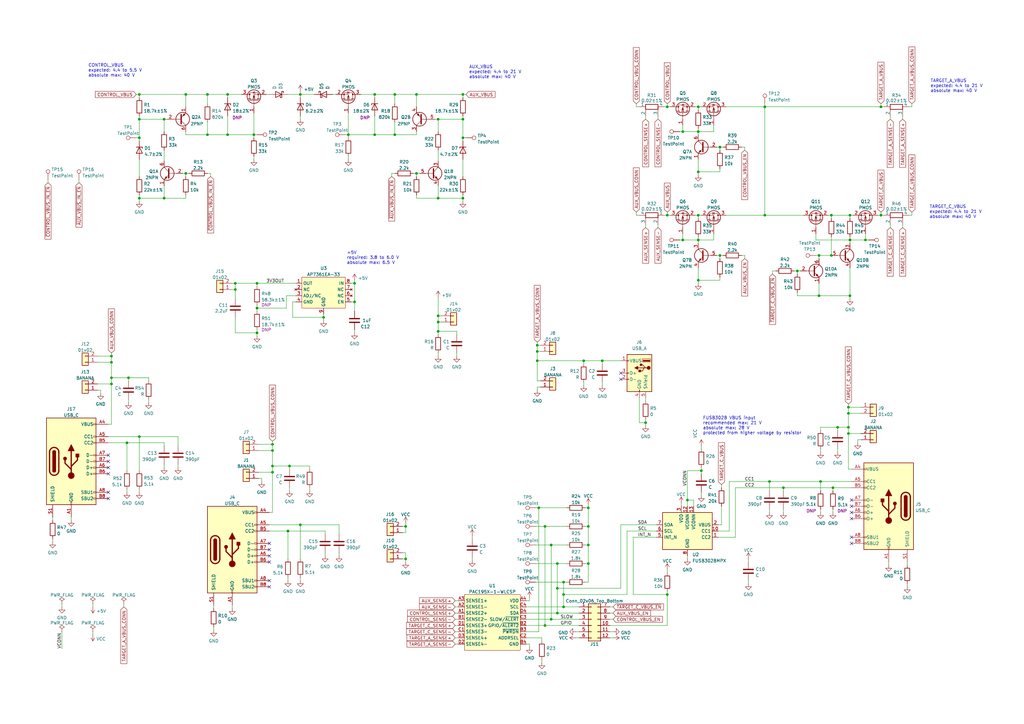
<source format=kicad_sch>
(kicad_sch (version 20230121) (generator eeschema)
  (paper "A3")
  (title_block (date "2023-02-12"))
  (junction (at 170.815 71.12))
  (junction (at 57.15 56.515))
  (junction (at 336.55 197.485))
  (junction (at 220.345 147.955))
  (junction (at 231.14 243.84))
  (junction (at 179.705 132.08))
  (junction (at 85.09 38.735))
  (junction (at 348.615 98.425))
  (junction (at 179.705 129.54))
  (junction (at 347.98 177.8))
  (junction (at 166.37 229.235))
  (junction (at 111.76 191.135))
  (junction (at 286.385 43.815))
  (junction (at 354.965 98.425))
  (junction (at 223.52 215.9))
  (junction (at 347.98 175.26))
  (junction (at 340.995 104.775))
  (junction (at 45.72 157.48))
  (junction (at 286.385 88.265))
  (junction (at 226.06 223.52))
  (junction (at 280.035 98.425))
  (junction (at 348.615 121.285))
  (junction (at 220.345 144.145))
  (junction (at 273.685 43.815))
  (junction (at 93.345 55.245))
  (junction (at 228.6 231.14))
  (junction (at 57.15 179.07))
  (junction (at 179.705 48.895))
  (junction (at 220.98 208.28))
  (junction (at 76.2 38.735))
  (junction (at 295.275 60.325))
  (junction (at 96.52 118.745))
  (junction (at 111.76 193.675))
  (junction (at 123.19 215.265))
  (junction (at 347.98 169.545))
  (junction (at 335.915 121.285))
  (junction (at 153.67 55.245))
  (junction (at 286.385 114.935))
  (junction (at 286.385 53.975))
  (junction (at 321.31 200.025))
  (junction (at 145.415 123.825))
  (junction (at 57.15 81.28))
  (junction (at 228.6 241.3))
  (junction (at 347.98 167.005))
  (junction (at 313.69 88.265))
  (junction (at 220.345 141.605))
  (junction (at 123.19 38.735))
  (junction (at 231.14 238.76))
  (junction (at 313.69 43.815))
  (junction (at 104.14 55.245))
  (junction (at 161.925 55.245))
  (junction (at 45.72 148.59))
  (junction (at 189.865 81.28))
  (junction (at 343.535 175.26))
  (junction (at 161.925 38.735))
  (junction (at 67.31 81.28))
  (junction (at 105.41 116.205))
  (junction (at 241.3 231.14))
  (junction (at 239.395 147.955))
  (junction (at 223.52 256.54))
  (junction (at 189.865 48.895))
  (junction (at 295.275 104.775))
  (junction (at 118.11 217.805))
  (junction (at 111.76 184.785))
  (junction (at 247.015 147.955))
  (junction (at 179.705 81.28))
  (junction (at 189.865 38.735))
  (junction (at 287.655 193.04))
  (junction (at 111.76 182.245))
  (junction (at 67.31 48.895))
  (junction (at 170.815 38.735))
  (junction (at 179.705 135.89))
  (junction (at 228.6 251.46))
  (junction (at 142.875 55.245))
  (junction (at 327.025 111.125))
  (junction (at 226.06 254))
  (junction (at 280.035 53.975))
  (junction (at 52.705 154.94))
  (junction (at 105.41 136.525))
  (junction (at 105.41 126.365))
  (junction (at 281.94 205.105))
  (junction (at 241.3 215.9))
  (junction (at 45.72 154.94))
  (junction (at 264.795 173.355))
  (junction (at 340.995 88.265))
  (junction (at 361.315 43.815))
  (junction (at 132.715 130.175))
  (junction (at 166.37 215.9))
  (junction (at 145.415 116.205))
  (junction (at 335.915 104.775))
  (junction (at 45.72 146.05))
  (junction (at 76.2 71.12))
  (junction (at 341.63 200.025))
  (junction (at 241.3 208.28))
  (junction (at 231.14 248.92))
  (junction (at 315.595 197.485))
  (junction (at 273.685 243.84))
  (junction (at 348.615 88.265))
  (junction (at 57.15 38.735))
  (junction (at 286.385 70.485))
  (junction (at 153.67 38.735))
  (junction (at 361.315 88.265))
  (junction (at 286.385 98.425))
  (junction (at 241.3 223.52))
  (junction (at 189.865 56.515))
  (junction (at 85.09 55.245))
  (junction (at 52.07 181.61))
  (junction (at 96.52 116.205))
  (junction (at 93.345 38.735))
  (junction (at 57.15 48.895))
  (junction (at 118.745 191.135))
  (junction (at 273.685 88.265))
  (no_connect (at 44.45 194.31))
  (no_connect (at 110.49 225.425))
  (no_connect (at 44.45 204.47))
  (no_connect (at 349.25 205.105))
  (no_connect (at 110.49 238.125))
  (no_connect (at 349.25 220.345))
  (no_connect (at 44.45 191.77))
  (no_connect (at 110.49 230.505))
  (no_connect (at 349.25 212.725))
  (no_connect (at 110.49 222.885))
  (no_connect (at 254.635 153.035))
  (no_connect (at 349.25 207.645))
  (no_connect (at 44.45 189.23))
  (no_connect (at 349.25 222.885))
  (no_connect (at 110.49 227.965))
  (no_connect (at 44.45 186.69))
  (no_connect (at 349.25 210.185))
  (no_connect (at 110.49 240.665))
  (no_connect (at 44.45 201.93))
  (no_connect (at 254.635 155.575))
  (wire (pts (xy 123.19 236.855) (xy 123.19 238.125)))
  (wire (pts (xy 67.31 76.2) (xy 67.31 81.28)))
  (wire (pts (xy 335.915 106.045) (xy 335.915 104.775)))
  (wire (pts (xy 57.15 81.28) (xy 57.15 82.55)))
  (wire (pts (xy 264.795 173.355) (xy 264.795 174.625)))
  (wire (pts (xy 348.615 109.855) (xy 348.615 121.285)))
  (wire (pts (xy 50.8 247.65) (xy 50.8 248.92)))
  (wire (pts (xy 336.55 197.485) (xy 315.595 197.485)))
  (wire (pts (xy 105.41 126.365) (xy 117.475 126.365)))
  (wire (pts (xy 45.72 157.48) (xy 45.72 154.94)))
  (wire (pts (xy 295.275 60.325) (xy 296.545 60.325)))
  (wire (pts (xy 273.685 86.995) (xy 273.685 88.265)))
  (wire (pts (xy 93.345 47.625) (xy 93.345 55.245)))
  (wire (pts (xy 111.76 184.785) (xy 111.76 182.245)))
  (wire (pts (xy 241.3 231.14) (xy 241.3 238.76)))
  (wire (pts (xy 306.959 229.235) (xy 306.959 230.505)))
  (wire (pts (xy 370.205 48.895) (xy 370.205 47.625)))
  (wire (pts (xy 219.71 215.9) (xy 223.52 215.9)))
  (wire (pts (xy 220.345 141.605) (xy 221.615 141.605)))
  (wire (pts (xy 295.275 70.485) (xy 286.385 70.485)))
  (wire (pts (xy 193.675 219.71) (xy 193.675 220.98)))
  (wire (pts (xy 187.325 144.78) (xy 187.325 146.05)))
  (wire (pts (xy 67.31 66.04) (xy 67.31 61.595)))
  (wire (pts (xy 179.705 135.89) (xy 179.705 137.16)))
  (wire (pts (xy 278.765 98.425) (xy 280.035 98.425)))
  (wire (pts (xy 73.025 179.07) (xy 73.025 182.88)))
  (wire (pts (xy 228.6 231.14) (xy 228.6 241.3)))
  (wire (pts (xy 257.175 217.805) (xy 269.24 217.805)))
  (wire (pts (xy 118.745 192.405) (xy 118.745 191.135)))
  (wire (pts (xy 57.15 179.07) (xy 57.15 193.04)))
  (wire (pts (xy 220.98 208.28) (xy 220.98 259.08)))
  (wire (pts (xy 336.55 208.915) (xy 336.55 210.185)))
  (wire (pts (xy 118.11 229.235) (xy 118.11 217.805)))
  (wire (pts (xy 241.3 207.01) (xy 241.3 208.28)))
  (wire (pts (xy 189.865 56.515) (xy 189.865 48.895)))
  (wire (pts (xy 86.36 71.12) (xy 86.36 72.39)))
  (wire (pts (xy 287.655 191.77) (xy 287.655 193.04)))
  (wire (pts (xy 250.19 256.54) (xy 273.685 256.54)))
  (wire (pts (xy 219.71 238.76) (xy 231.14 238.76)))
  (wire (pts (xy 348.615 121.285) (xy 348.615 122.555)))
  (wire (pts (xy 329.565 88.265) (xy 313.69 88.265)))
  (wire (pts (xy 316.865 111.125) (xy 318.135 111.125)))
  (wire (pts (xy 123.19 38.735) (xy 123.19 37.465)))
  (wire (pts (xy 105.41 116.205) (xy 121.285 116.205)))
  (wire (pts (xy 179.705 53.975) (xy 179.705 48.895)))
  (wire (pts (xy 117.475 121.285) (xy 121.285 121.285)))
  (wire (pts (xy 254.635 147.955) (xy 247.015 147.955)))
  (wire (pts (xy 241.3 223.52) (xy 241.3 231.14)))
  (wire (pts (xy 264.795 163.195) (xy 264.795 164.465)))
  (wire (pts (xy 321.31 201.295) (xy 321.31 200.025)))
  (wire (pts (xy 44.45 179.07) (xy 57.15 179.07)))
  (wire (pts (xy 57.15 57.785) (xy 57.15 56.515)))
  (wire (pts (xy 262.255 173.355) (xy 264.795 173.355)))
  (wire (pts (xy 142.875 55.245) (xy 142.875 46.355)))
  (wire (pts (xy 215.9 248.92) (xy 231.14 248.92)))
  (wire (pts (xy 76.2 80.01) (xy 76.2 81.28)))
  (wire (pts (xy 123.19 38.735) (xy 128.905 38.735)))
  (wire (pts (xy 295.275 61.595) (xy 295.275 60.325)))
  (wire (pts (xy 232.41 208.28) (xy 220.98 208.28)))
  (wire (pts (xy 250.19 254) (xy 251.46 254)))
  (wire (pts (xy 220.345 140.335) (xy 220.345 141.605)))
  (wire (pts (xy 52.07 181.61) (xy 67.31 181.61)))
  (wire (pts (xy 93.345 55.245) (xy 104.14 55.245)))
  (wire (pts (xy 85.09 38.735) (xy 76.2 38.735)))
  (wire (pts (xy 295.275 114.935) (xy 286.385 114.935)))
  (wire (pts (xy 347.98 169.545) (xy 347.98 175.26)))
  (wire (pts (xy 223.52 256.54) (xy 237.49 256.54)))
  (wire (pts (xy 313.69 43.815) (xy 361.315 43.815)))
  (wire (pts (xy 348.615 98.425) (xy 348.615 99.695)))
  (wire (pts (xy 187.96 256.54) (xy 186.69 256.54)))
  (wire (pts (xy 106.045 184.785) (xy 111.76 184.785)))
  (wire (pts (xy 341.63 208.915) (xy 341.63 210.185)))
  (wire (pts (xy 55.88 56.515) (xy 57.15 56.515)))
  (wire (pts (xy 170.815 53.975) (xy 170.815 55.245)))
  (wire (pts (xy 232.41 231.14) (xy 228.6 231.14)))
  (wire (pts (xy 220.345 144.145) (xy 221.615 144.145)))
  (wire (pts (xy 104.14 55.245) (xy 104.14 46.355)))
  (wire (pts (xy 334.645 104.775) (xy 335.915 104.775)))
  (wire (pts (xy 273.685 88.265) (xy 272.415 88.265)))
  (wire (pts (xy 361.315 43.815) (xy 362.585 43.815)))
  (wire (pts (xy 356.235 98.425) (xy 354.965 98.425)))
  (wire (pts (xy 93.345 38.735) (xy 99.06 38.735)))
  (wire (pts (xy 132.715 128.905) (xy 132.715 130.175)))
  (wire (pts (xy 316.865 112.395) (xy 316.865 111.125)))
  (wire (pts (xy 286.385 55.245) (xy 286.385 53.975)))
  (wire (pts (xy 120.015 123.825) (xy 120.015 130.175)))
  (wire (pts (xy 165.1 229.235) (xy 166.37 229.235)))
  (wire (pts (xy 370.205 93.345) (xy 370.205 92.075)))
  (wire (pts (xy 111.76 210.185) (xy 111.76 193.675)))
  (wire (pts (xy 76.2 72.39) (xy 76.2 71.12)))
  (wire (pts (xy 96.52 116.205) (xy 95.25 116.205)))
  (wire (pts (xy 279.4 206.375) (xy 279.4 207.645)))
  (wire (pts (xy 105.41 55.245) (xy 104.14 55.245)))
  (wire (pts (xy 274.955 88.265) (xy 273.685 88.265)))
  (wire (pts (xy 45.72 146.05) (xy 45.72 144.78)))
  (wire (pts (xy 364.49 230.505) (xy 364.49 231.775)))
  (wire (pts (xy 220.345 141.605) (xy 220.345 144.145)))
  (wire (pts (xy 336.55 175.26) (xy 343.535 175.26)))
  (wire (pts (xy 273.685 243.84) (xy 259.715 243.84)))
  (wire (pts (xy 139.065 227.965) (xy 139.065 226.695)))
  (wire (pts (xy 286.385 98.425) (xy 286.385 99.695)))
  (wire (pts (xy 228.6 241.3) (xy 254.635 241.3)))
  (wire (pts (xy 240.03 208.28) (xy 241.3 208.28)))
  (wire (pts (xy 85.09 71.12) (xy 86.36 71.12)))
  (wire (pts (xy 240.03 215.9) (xy 241.3 215.9)))
  (wire (pts (xy 348.615 98.425) (xy 348.615 97.155)))
  (wire (pts (xy 170.815 72.39) (xy 170.815 71.12)))
  (wire (pts (xy 67.31 181.61) (xy 67.31 182.88)))
  (wire (pts (xy 57.15 48.895) (xy 57.15 47.625)))
  (wire (pts (xy 280.035 95.885) (xy 280.035 98.425)))
  (wire (pts (xy 189.865 57.785) (xy 189.865 56.515)))
  (wire (pts (xy 232.41 238.76) (xy 231.14 238.76)))
  (wire (pts (xy 166.37 229.235) (xy 166.37 230.505)))
  (wire (pts (xy 286.385 70.485) (xy 286.385 65.405)))
  (wire (pts (xy 315.595 197.485) (xy 299.085 197.485)))
  (wire (pts (xy 347.98 167.005) (xy 347.98 169.545)))
  (wire (pts (xy 313.69 42.545) (xy 313.69 43.815)))
  (wire (pts (xy 186.69 264.16) (xy 187.96 264.16)))
  (wire (pts (xy 287.655 193.04) (xy 281.94 193.04)))
  (wire (pts (xy 306.959 238.125) (xy 306.959 239.395)))
  (wire (pts (xy 280.035 53.975) (xy 280.035 51.435)))
  (wire (pts (xy 189.865 56.515) (xy 191.135 56.515)))
  (wire (pts (xy 187.96 261.62) (xy 186.69 261.62)))
  (wire (pts (xy 372.11 230.505) (xy 372.11 231.775)))
  (wire (pts (xy 294.005 104.775) (xy 295.275 104.775)))
  (wire (pts (xy 186.69 251.46) (xy 187.96 251.46)))
  (wire (pts (xy 278.765 53.975) (xy 280.035 53.975)))
  (wire (pts (xy 260.985 43.815) (xy 262.255 43.815)))
  (wire (pts (xy 38.1 259.08) (xy 38.1 260.35)))
  (wire (pts (xy 153.67 47.625) (xy 153.67 55.245)))
  (wire (pts (xy 347.98 165.735) (xy 347.98 167.005)))
  (wire (pts (xy 161.925 42.545) (xy 161.925 38.735)))
  (wire (pts (xy 170.815 55.245) (xy 161.925 55.245)))
  (wire (pts (xy 118.11 236.855) (xy 118.11 238.125)))
  (wire (pts (xy 189.865 81.28) (xy 179.705 81.28)))
  (wire (pts (xy 280.035 98.425) (xy 286.385 98.425)))
  (wire (pts (xy 106.045 196.215) (xy 107.315 196.215)))
  (wire (pts (xy 264.795 93.345) (xy 264.795 92.075)))
  (wire (pts (xy 273.685 43.815) (xy 274.955 43.815)))
  (wire (pts (xy 286.385 116.205) (xy 286.385 114.935)))
  (wire (pts (xy 313.69 88.265) (xy 297.815 88.265)))
  (wire (pts (xy 144.145 123.825) (xy 145.415 123.825)))
  (wire (pts (xy 365.125 92.075) (xy 365.125 93.345)))
  (wire (pts (xy 170.815 71.12) (xy 169.545 71.12)))
  (wire (pts (xy 170.815 38.735) (xy 189.865 38.735)))
  (wire (pts (xy 374.015 88.265) (xy 374.015 86.995)))
  (wire (pts (xy 327.025 120.015) (xy 327.025 121.285)))
  (wire (pts (xy 145.415 127.635) (xy 145.415 123.825)))
  (wire (pts (xy 52.07 200.66) (xy 52.07 201.93)))
  (wire (pts (xy 118.745 191.135) (xy 111.76 191.135)))
  (wire (pts (xy 52.705 154.94) (xy 60.96 154.94)))
  (wire (pts (xy 372.745 88.265) (xy 374.015 88.265)))
  (wire (pts (xy 57.15 80.01) (xy 57.15 81.28)))
  (wire (pts (xy 327.025 111.125) (xy 328.295 111.125)))
  (wire (pts (xy 231.14 248.92) (xy 237.49 248.92)))
  (wire (pts (xy 161.925 38.735) (xy 153.67 38.735)))
  (wire (pts (xy 374.015 43.815) (xy 372.745 43.815)))
  (wire (pts (xy 236.22 259.08) (xy 237.49 259.08)))
  (wire (pts (xy 232.41 215.9) (xy 223.52 215.9)))
  (wire (pts (xy 189.865 48.895) (xy 189.865 47.625)))
  (wire (pts (xy 286.385 53.975) (xy 292.735 53.975)))
  (wire (pts (xy 361.315 43.815) (xy 361.315 42.545)))
  (wire (pts (xy 273.685 234.95) (xy 273.685 233.68)))
  (wire (pts (xy 117.475 126.365) (xy 117.475 121.285)))
  (wire (pts (xy 85.09 55.245) (xy 93.345 55.245)))
  (wire (pts (xy 272.415 43.815) (xy 273.685 43.815)))
  (wire (pts (xy 304.165 60.325) (xy 305.435 60.325)))
  (wire (pts (xy 96.52 118.745) (xy 96.52 122.555)))
  (wire (pts (xy 292.735 98.425) (xy 292.735 95.885)))
  (wire (pts (xy 222.25 270.51) (xy 222.25 271.78)))
  (wire (pts (xy 264.795 172.085) (xy 264.795 173.355)))
  (wire (pts (xy 228.6 241.3) (xy 228.6 251.46)))
  (wire (pts (xy 96.52 136.525) (xy 96.52 130.175)))
  (wire (pts (xy 259.715 220.345) (xy 269.24 220.345)))
  (wire (pts (xy 226.06 223.52) (xy 226.06 254)))
  (wire (pts (xy 354.965 95.885) (xy 354.965 98.425)))
  (wire (pts (xy 336.55 175.26) (xy 336.55 176.53)))
  (wire (pts (xy 123.19 47.625) (xy 123.19 48.895)))
  (wire (pts (xy 250.19 248.92) (xy 251.46 248.92)))
  (wire (pts (xy 29.21 212.09) (xy 29.21 213.36)))
  (wire (pts (xy 220.345 147.955) (xy 220.345 156.21)))
  (wire (pts (xy 142.875 56.515) (xy 142.875 55.245)))
  (wire (pts (xy 25.4 266.065) (xy 25.4 259.08)))
  (wire (pts (xy 165.1 215.9) (xy 166.37 215.9)))
  (wire (pts (xy 74.93 71.12) (xy 76.2 71.12)))
  (wire (pts (xy 52.705 156.21) (xy 52.705 154.94)))
  (wire (pts (xy 286.385 88.265) (xy 287.655 88.265)))
  (wire (pts (xy 353.06 167.005) (xy 347.98 167.005)))
  (wire (pts (xy 166.37 226.695) (xy 166.37 229.235)))
  (wire (pts (xy 297.815 43.815) (xy 313.69 43.815)))
  (wire (pts (xy 57.15 56.515) (xy 57.15 48.895)))
  (wire (pts (xy 179.705 144.78) (xy 179.705 146.05)))
  (wire (pts (xy 153.67 55.245) (xy 142.875 55.245)))
  (wire (pts (xy 44.45 173.99) (xy 45.72 173.99)))
  (wire (pts (xy 343.535 184.15) (xy 343.535 185.42)))
  (wire (pts (xy 109.22 38.735) (xy 110.49 38.735)))
  (wire (pts (xy 294.64 217.805) (xy 299.085 217.805)))
  (wire (pts (xy 25.4 248.92) (xy 25.4 247.65)))
  (wire (pts (xy 41.275 160.02) (xy 41.275 161.29)))
  (wire (pts (xy 215.9 251.46) (xy 228.6 251.46)))
  (wire (pts (xy 67.31 190.5) (xy 67.31 191.77)))
  (wire (pts (xy 219.71 231.14) (xy 228.6 231.14)))
  (wire (pts (xy 85.09 42.545) (xy 85.09 38.735)))
  (wire (pts (xy 166.37 215.9) (xy 166.37 218.44)))
  (wire (pts (xy 170.815 38.735) (xy 170.815 43.815)))
  (wire (pts (xy 45.72 173.99) (xy 45.72 157.48)))
  (wire (pts (xy 123.19 215.265) (xy 123.19 229.235)))
  (wire (pts (xy 104.14 65.405) (xy 104.14 64.135)))
  (wire (pts (xy 286.385 71.755) (xy 286.385 70.485)))
  (wire (pts (xy 105.41 136.525) (xy 105.41 135.255)))
  (wire (pts (xy 52.705 154.94) (xy 45.72 154.94)))
  (wire (pts (xy 141.605 55.245) (xy 142.875 55.245)))
  (wire (pts (xy 321.31 200.025) (xy 341.63 200.025)))
  (wire (pts (xy 73.025 191.77) (xy 73.025 190.5)))
  (wire (pts (xy 260.985 42.545) (xy 260.985 43.815)))
  (wire (pts (xy 123.19 38.735) (xy 123.19 40.005)))
  (wire (pts (xy 179.705 76.2) (xy 179.705 81.28)))
  (wire (pts (xy 226.06 254) (xy 237.49 254)))
  (wire (pts (xy 67.31 53.975) (xy 67.31 48.895)))
  (wire (pts (xy 286.385 114.935) (xy 286.385 109.855)))
  (wire (pts (xy 170.815 81.28) (xy 179.705 81.28)))
  (wire (pts (xy 111.76 182.245) (xy 111.76 180.975)))
  (wire (pts (xy 360.045 88.265) (xy 361.315 88.265)))
  (wire (pts (xy 254.635 241.3) (xy 254.635 215.265)))
  (wire (pts (xy 139.065 215.265) (xy 139.065 219.075)))
  (wire (pts (xy 348.615 88.265) (xy 348.615 89.535)))
  (wire (pts (xy 118.745 191.135) (xy 127 191.135)))
  (wire (pts (xy 178.435 48.895) (xy 179.705 48.895)))
  (wire (pts (xy 351.79 180.34) (xy 351.79 181.61)))
  (wire (pts (xy 232.41 223.52) (xy 226.06 223.52)))
  (wire (pts (xy 295.275 106.045) (xy 295.275 104.775)))
  (wire (pts (xy 250.19 251.46) (xy 251.46 251.46)))
  (wire (pts (xy 361.315 88.265) (xy 361.315 86.995)))
  (wire (pts (xy 348.615 88.265) (xy 340.995 88.265)))
  (wire (pts (xy 273.685 242.57) (xy 273.685 243.84)))
  (wire (pts (xy 142.875 65.405) (xy 142.875 64.135)))
  (wire (pts (xy 165.1 226.695) (xy 166.37 226.695)))
  (wire (pts (xy 236.22 261.62) (xy 237.49 261.62)))
  (wire (pts (xy 21.59 212.09) (xy 21.59 213.36)))
  (wire (pts (xy 40.005 146.05) (xy 45.72 146.05)))
  (wire (pts (xy 57.15 179.07) (xy 73.025 179.07)))
  (wire (pts (xy 217.17 246.38) (xy 215.9 246.38)))
  (wire (pts (xy 85.09 50.165) (xy 85.09 55.245)))
  (wire (pts (xy 87.63 257.175) (xy 87.63 258.445)))
  (wire (pts (xy 161.925 55.245) (xy 153.67 55.245)))
  (wire (pts (xy 179.705 66.04) (xy 179.705 61.595)))
  (wire (pts (xy 187.325 135.89) (xy 179.705 135.89)))
  (wire (pts (xy 145.415 116.205) (xy 144.145 116.205)))
  (wire (pts (xy 57.15 200.66) (xy 57.15 201.93)))
  (wire (pts (xy 269.875 47.625) (xy 269.875 48.895)))
  (wire (pts (xy 239.395 156.845) (xy 239.395 158.115)))
  (wire (pts (xy 222.25 261.62) (xy 222.25 262.89)))
  (wire (pts (xy 286.385 53.975) (xy 286.385 52.705)))
  (wire (pts (xy 269.875 92.075) (xy 269.875 93.345)))
  (wire (pts (xy 315.595 197.485) (xy 315.595 201.295)))
  (wire (pts (xy 354.965 98.425) (xy 348.615 98.425)))
  (wire (pts (xy 301.625 200.025) (xy 321.31 200.025)))
  (wire (pts (xy 172.085 71.12) (xy 170.815 71.12)))
  (wire (pts (xy 220.345 156.21) (xy 221.615 156.21)))
  (wire (pts (xy 179.705 48.895) (xy 189.865 48.895)))
  (wire (pts (xy 127 191.135) (xy 127 192.405)))
  (wire (pts (xy 336.55 184.15) (xy 336.55 185.42)))
  (wire (pts (xy 189.865 38.735) (xy 189.865 40.005)))
  (wire (pts (xy 284.48 207.645) (xy 284.48 205.105)))
  (wire (pts (xy 32.385 73.66) (xy 32.385 74.93)))
  (wire (pts (xy 107.315 196.215) (xy 107.315 197.485)))
  (wire (pts (xy 239.395 147.955) (xy 220.345 147.955)))
  (wire (pts (xy 193.675 228.6) (xy 193.675 229.87)))
  (wire (pts (xy 76.2 71.12) (xy 77.47 71.12)))
  (wire (pts (xy 347.98 192.405) (xy 347.98 177.8)))
  (wire (pts (xy 215.9 254) (xy 226.06 254)))
  (wire (pts (xy 67.31 48.895) (xy 57.15 48.895)))
  (wire (pts (xy 257.175 243.84) (xy 257.175 217.805)))
  (wire (pts (xy 40.005 157.48) (xy 45.72 157.48)))
  (wire (pts (xy 179.705 129.54) (xy 180.975 129.54)))
  (wire (pts (xy 286.385 43.815) (xy 287.655 43.815)))
  (wire (pts (xy 341.63 201.295) (xy 341.63 200.025)))
  (wire (pts (xy 353.06 169.545) (xy 347.98 169.545)))
  (wire (pts (xy 250.19 261.62) (xy 251.46 261.62)))
  (wire (pts (xy 295.275 69.215) (xy 295.275 70.485)))
  (wire (pts (xy 161.925 38.735) (xy 170.815 38.735)))
  (wire (pts (xy 340.995 89.535) (xy 340.995 88.265)))
  (wire (pts (xy 231.14 243.84) (xy 257.175 243.84)))
  (wire (pts (xy 250.19 259.08) (xy 251.46 259.08)))
  (wire (pts (xy 335.915 116.205) (xy 335.915 121.285)))
  (wire (pts (xy 189.865 80.01) (xy 189.865 81.28)))
  (wire (pts (xy 286.385 45.085) (xy 286.385 43.815)))
  (wire (pts (xy 254.635 215.265) (xy 269.24 215.265)))
  (wire (pts (xy 349.885 88.265) (xy 348.615 88.265)))
  (wire (pts (xy 334.645 98.425) (xy 334.645 95.885)))
  (wire (pts (xy 45.72 148.59) (xy 45.72 146.05)))
  (wire (pts (xy 153.67 38.735) (xy 147.955 38.735)))
  (wire (pts (xy 215.9 256.54) (xy 223.52 256.54)))
  (wire (pts (xy 76.2 81.28) (xy 67.31 81.28)))
  (wire (pts (xy 111.76 191.135) (xy 111.76 184.785)))
  (wire (pts (xy 240.03 231.14) (xy 241.3 231.14)))
  (wire (pts (xy 285.115 88.265) (xy 286.385 88.265)))
  (wire (pts (xy 21.59 220.98) (xy 21.59 222.25)))
  (wire (pts (xy 341.63 200.025) (xy 349.25 200.025)))
  (wire (pts (xy 220.345 158.75) (xy 220.345 160.02)))
  (wire (pts (xy 340.995 88.265) (xy 339.725 88.265)))
  (wire (pts (xy 281.94 205.105) (xy 281.94 207.645)))
  (wire (pts (xy 186.69 259.08) (xy 187.96 259.08)))
  (wire (pts (xy 118.11 217.805) (xy 133.35 217.805)))
  (wire (pts (xy 273.685 43.815) (xy 273.685 42.545)))
  (wire (pts (xy 273.685 256.54) (xy 273.685 243.84)))
  (wire (pts (xy 335.915 104.775) (xy 340.995 104.775)))
  (wire (pts (xy 292.735 53.975) (xy 292.735 51.435)))
  (wire (pts (xy 110.49 215.265) (xy 123.19 215.265)))
  (wire (pts (xy 228.6 251.46) (xy 237.49 251.46)))
  (wire (pts (xy 336.55 197.485) (xy 336.55 201.295)))
  (wire (pts (xy 301.625 220.345) (xy 301.625 200.025)))
  (wire (pts (xy 145.415 135.255) (xy 145.415 136.525)))
  (wire (pts (xy 231.14 243.84) (xy 231.14 248.92)))
  (wire (pts (xy 96.52 116.205) (xy 105.41 116.205)))
  (wire (pts (xy 247.015 147.955) (xy 239.395 147.955)))
  (wire (pts (xy 217.17 264.16) (xy 217.17 265.43)))
  (wire (pts (xy 96.52 136.525) (xy 105.41 136.525)))
  (wire (pts (xy 294.005 60.325) (xy 295.275 60.325)))
  (wire (pts (xy 315.595 208.915) (xy 315.595 210.185)))
  (wire (pts (xy 348.615 98.425) (xy 334.645 98.425)))
  (wire (pts (xy 87.63 248.285) (xy 87.63 249.555)))
  (wire (pts (xy 106.045 182.245) (xy 111.76 182.245)))
  (wire (pts (xy 19.685 73.66) (xy 19.685 74.93)))
  (wire (pts (xy 153.67 40.005) (xy 153.67 38.735)))
  (wire (pts (xy 179.705 129.54) (xy 179.705 132.08)))
  (wire (pts (xy 327.025 111.125) (xy 327.025 112.395)))
  (wire (pts (xy 179.705 132.08) (xy 180.975 132.08)))
  (wire (pts (xy 239.395 147.955) (xy 239.395 149.225)))
  (wire (pts (xy 186.69 246.38) (xy 187.96 246.38)))
  (wire (pts (xy 85.09 38.735) (xy 93.345 38.735)))
  (wire (pts (xy 262.255 163.195) (xy 262.255 173.355)))
  (wire (pts (xy 231.14 238.76) (xy 231.14 243.84)))
  (wire (pts (xy 145.415 123.825) (xy 145.415 116.205)))
  (wire (pts (xy 287.655 201.93) (xy 287.655 203.2)))
  (wire (pts (xy 68.58 48.895) (xy 67.31 48.895)))
  (wire (pts (xy 313.69 88.265) (xy 313.69 43.815)))
  (wire (pts (xy 179.705 121.92) (xy 179.705 129.54)))
  (wire (pts (xy 187.96 248.92) (xy 186.69 248.92)))
  (wire (pts (xy 340.995 104.775) (xy 340.995 97.155)))
  (wire (pts (xy 241.3 215.9) (xy 241.3 223.52)))
  (wire (pts (xy 361.315 88.265) (xy 362.585 88.265)))
  (wire (pts (xy 295.91 198.755) (xy 295.91 200.025)))
  (wire (pts (xy 286.385 98.425) (xy 286.385 97.155)))
  (wire (pts (xy 166.37 215.9) (xy 166.37 214.63)))
  (wire (pts (xy 259.715 243.84) (xy 259.715 220.345)))
  (wire (pts (xy 219.71 223.52) (xy 226.06 223.52)))
  (wire (pts (xy 365.125 47.625) (xy 365.125 48.895)))
  (wire (pts (xy 118.745 200.025) (xy 118.745 201.295)))
  (wire (pts (xy 220.345 144.145) (xy 220.345 147.955)))
  (wire (pts (xy 285.115 43.815) (xy 286.385 43.815)))
  (wire (pts (xy 374.015 43.815) (xy 374.015 42.545)))
  (wire (pts (xy 127 200.025) (xy 127 201.295)))
  (wire (pts (xy 335.915 121.285) (xy 348.615 121.285)))
  (wire (pts (xy 294.64 220.345) (xy 301.625 220.345)))
  (wire (pts (xy 294.64 215.265) (xy 295.91 215.265)))
  (wire (pts (xy 372.11 239.395) (xy 372.11 240.665)))
  (wire (pts (xy 284.48 205.105) (xy 281.94 205.105)))
  (wire (pts (xy 321.31 210.185) (xy 321.31 208.915)))
  (wire (pts (xy 247.015 156.845) (xy 247.015 158.115)))
  (wire (pts (xy 219.71 208.28) (xy 220.98 208.28)))
  (wire (pts (xy 106.045 193.675) (xy 111.76 193.675)))
  (wire (pts (xy 110.49 210.185) (xy 111.76 210.185)))
  (wire (pts (xy 121.285 123.825) (xy 120.015 123.825)))
  (wire (pts (xy 55.88 38.735) (xy 57.15 38.735)))
  (wire (pts (xy 76.2 38.735) (xy 57.15 38.735)))
  (wire (pts (xy 343.535 175.26) (xy 347.98 175.26)))
  (wire (pts (xy 111.76 193.675) (xy 111.76 191.135)))
  (wire (pts (xy 347.98 175.26) (xy 347.98 177.8)))
  (wire (pts (xy 170.815 80.01) (xy 170.815 81.28)))
  (wire (pts (xy 179.705 132.08) (xy 179.705 135.89)))
  (wire (pts (xy 287.655 182.88) (xy 287.655 184.15)))
  (wire (pts (xy 305.435 106.045) (xy 305.435 104.775)))
  (wire (pts (xy 215.9 261.62) (xy 222.25 261.62)))
  (wire (pts (xy 104.14 56.515) (xy 104.14 55.245)))
  (wire (pts (xy 57.15 65.405) (xy 57.15 72.39)))
  (wire (pts (xy 349.25 197.485) (xy 336.55 197.485)))
  (wire (pts (xy 281.94 229.235) (xy 281.94 227.965)))
  (wire (pts (xy 76.2 38.735) (xy 76.2 43.815)))
  (wire (pts (xy 327.025 121.285) (xy 335.915 121.285)))
  (wire (pts (xy 45.72 154.94) (xy 45.72 148.59)))
  (wire (pts (xy 295.91 215.265) (xy 295.91 207.645)))
  (wire (pts (xy 60.96 154.94) (xy 60.96 156.21)))
  (wire (pts (xy 247.015 149.225) (xy 247.015 147.955)))
  (wire (pts (xy 52.07 193.04) (xy 52.07 181.61)))
  (wire (pts (xy 105.41 125.095) (xy 105.41 126.365)))
  (wire (pts (xy 52.705 163.83) (xy 52.705 165.1)))
  (wire (pts (xy 60.96 163.83) (xy 60.96 165.1)))
  (wire (pts (xy 241.3 208.28) (xy 241.3 215.9)))
  (wire (pts (xy 286.385 53.975) (xy 280.035 53.975)))
  (wire (pts (xy 57.15 81.28) (xy 67.31 81.28)))
  (wire (pts (xy 145.415 114.935) (xy 145.415 116.205)))
  (wire (pts (xy 215.9 264.16) (xy 217.17 264.16)))
  (wire (pts (xy 187.96 254) (xy 186.69 254)))
  (wire (pts (xy 187.325 137.16) (xy 187.325 135.89)))
  (wire (pts (xy 40.005 160.02) (xy 41.275 160.02)))
  (wire (pts (xy 295.275 113.665) (xy 295.275 114.935)))
  (wire (pts (xy 281.94 193.04) (xy 281.94 205.105)))
  (wire (pts (xy 304.165 104.775) (xy 305.435 104.775)))
  (wire (pts (xy 118.11 38.735) (xy 123.19 38.735)))
  (wire (pts (xy 123.19 215.265) (xy 139.065 215.265)))
  (wire (pts (xy 137.795 38.735) (xy 136.525 38.735)))
  (wire (pts (xy 287.655 193.04) (xy 287.655 194.31)))
  (wire (pts (xy 343.535 176.53) (xy 343.535 175.26)))
  (wire (pts (xy 286.385 88.265) (xy 286.385 89.535)))
  (wire (pts (xy 76.2 53.975) (xy 76.2 55.245)))
  (wire (pts (xy 161.925 71.12) (xy 160.655 71.12)))
  (wire (pts (xy 220.98 259.08) (xy 215.9 259.08)))
  (wire (pts (xy 241.3 238.76) (xy 240.03 238.76)))
  (wire (pts (xy 57.15 38.735) (xy 57.15 40.005)))
  (wire (pts (xy 221.615 158.75) (xy 220.345 158.75)))
  (wire (pts (xy 189.865 65.405) (xy 189.865 72.39)))
  (wire (pts (xy 347.98 177.8) (xy 353.06 177.8)))
  (wire (pts (xy 305.435 60.325) (xy 305.435 61.595)))
  (wire (pts (xy 95.25 248.285) (xy 95.25 249.555)))
  (wire (pts (xy 105.41 117.475) (xy 105.41 116.205)))
  (wire (pts (xy 133.35 217.805) (xy 133.35 219.075)))
  (wire (pts (xy 262.255 88.265) (xy 260.985 88.265)))
  (wire (pts (xy 189.865 81.28) (xy 189.865 82.55)))
  (wire (pts (xy 260.985 86.995) (xy 260.985 88.265)))
  (wire (pts (xy 295.275 104.775) (xy 296.545 104.775)))
  (wire (pts (xy 96.52 118.745) (xy 95.25 118.745)))
  (wire (pts (xy 353.06 180.34) (xy 351.79 180.34)))
  (wire (pts (xy 132.715 130.175) (xy 132.715 131.445)))
  (wire (pts (xy 96.52 118.745) (xy 96.52 116.205)))
  (wire (pts (xy 40.005 148.59) (xy 45.72 148.59)))
  (wire (pts (xy 286.385 98.425) (xy 292.735 98.425)))
  (wire (pts (xy 76.2 55.245) (xy 85.09 55.245)))
  (wire (pts (xy 349.25 192.405) (xy 347.98 192.405)))
  (wire (pts (xy 133.35 226.695) (xy 133.35 227.965)))
  (wire (pts (xy 223.52 215.9) (xy 223.52 256.54)))
  (wire (pts (xy 217.17 245.11) (xy 217.17 246.38)))
  (wire (pts (xy 105.41 136.525) (xy 105.41 137.795)))
  (wire (pts (xy 118.11 217.805) (xy 110.49 217.805)))
  (wire (pts (xy 325.755 111.125) (xy 327.025 111.125)))
  (wire (pts (xy 264.795 47.625) (xy 264.795 48.895)))
  (wire (pts (xy 161.925 50.165) (xy 161.925 55.245)))
  (wire (pts (xy 160.655 71.12) (xy 160.655 72.39)))
  (wire (pts (xy 93.345 40.005) (xy 93.345 38.735)))
  (wire (pts (xy 38.1 247.65) (xy 38.1 248.92)))
  (wire (pts (xy 120.015 130.175) (xy 132.715 130.175)))
  (wire (pts (xy 240.03 223.52) (xy 241.3 223.52)))
  (wire (pts (xy 299.085 197.485) (xy 299.085 217.805)))
  (wire (pts (xy 191.135 38.735) (xy 189.865 38.735)))
  (wire (pts (xy 166.37 218.44) (xy 165.1 218.44)))
  (wire (pts (xy 52.07 181.61) (xy 44.45 181.61)))
  (wire (pts (xy 105.41 126.365) (xy 105.41 127.635)))
  (text "CONTROL_VBUS\nexpected: 4.4 to 5.5 V\nabsolute max: 40 V" (at 36.195 31.75 0) (effects (font (size 1.27 1.27)) (justify left bottom)))
  (text "+5V\nrequired: 3.8 to 6.0 V\nabsolute max: 6.5 V" (at 142.24 108.585 0) (effects (font (size 1.27 1.27)) (justify left bottom)))
  (text "AUX_VBUS\nexpected: 4.4 to 21 V\nabsolute max: 40 V" (at 192.405 32.385 0) (effects (font (size 1.27 1.27)) (justify left bottom)))
  (text "FUSB302B VBUS input\nrecommended max: 21 V\nabsolute max: 28 V\nprotected from higher voltage by resistor" (at 288.29 178.435 0) (effects (font (size 1.27 1.27)) (justify left bottom)))
  (text "TARGET_C_VBUS\nexpected: 4.4 to 21 V\nabsolute max: 40 V" (at 381.2453 89.738 0) (effects (font (size 1.27 1.27)) (justify left bottom)))
  (text "TARGET_A_VBUS\nexpected: 4.4 to 21 V\nabsolute max: 40 V" (at 381.635 38.1 0) (effects (font (size 1.27 1.27)) (justify left bottom)))
  (label "SCL" (at 261.62 217.805 0))
  (label "GPIO" (at 229.87 256.54 0))
  (label "CC2" (at 305.435 200.025 0))
  (label "3V3OUT" (at 109.22 116.205 0))
  (label "VCONN" (at 281.94 199.39 90))
  (label "VCONN" (at 25.4 266.065 90))
  (label "INT_N" (at 261.62 220.345 0))
  (label "SDA" (at 261.62 215.265 0))
  (label "SLOW" (at 229.87 254 0))
  (label "CC1" (at 305.435 197.485 0))
  (global_label "CONTROL_VBUS_CONN" (shape input) (at 111.76 180.975 90) (property "Intersheetrefs" "${INTERSHEET_REFS}" (effects hide)))
  (global_label "AUX_VBUS_CONN" (shape input) (at 260.985 86.995 90) (property "Intersheetrefs" "${INTERSHEET_REFS}" (effects hide)))
  (global_label "~{TARGET_C_VBUS_EN}" (shape input) (at 251.46 248.92 0) (property "Intersheetrefs" "${INTERSHEET_REFS}" (effects hide)))
  (global_label "CONTROL_VBUS" (shape input) (at 273.685 42.545 90) (property "Intersheetrefs" "${INTERSHEET_REFS}" (effects hide)))
  (global_label "TARGET_C_SENSE+" (shape input) (at 186.69 256.54 180) (property "Intersheetrefs" "${INTERSHEET_REFS}" (effects hide)))
  (global_label "AUX_SENSE+" (shape input) (at 264.795 93.345 270) (property "Intersheetrefs" "${INTERSHEET_REFS}" (effects hide)))
  (global_label "TARGET_C_SENSE-" (shape input) (at 365.125 93.345 270) (property "Intersheetrefs" "${INTERSHEET_REFS}" (effects hide)))
  (global_label "AUX_VBUS_EN" (shape input) (at 305.435 106.045 270) (property "Intersheetrefs" "${INTERSHEET_REFS}" (effects hide)))
  (global_label "AUX_VBUS_CONN" (shape input) (at 45.72 144.78 90) (property "Intersheetrefs" "${INTERSHEET_REFS}" (effects hide)))
  (global_label "CONTROL_SENSE+" (shape input) (at 186.69 251.46 180) (property "Intersheetrefs" "${INTERSHEET_REFS}" (effects hide)))
  (global_label "CONTROL_SENSE-" (shape input) (at 186.69 254 180) (property "Intersheetrefs" "${INTERSHEET_REFS}" (effects hide)))
  (global_label "TARGET_C_VBUS_CONN" (shape input) (at 374.015 86.995 90) (property "Intersheetrefs" "${INTERSHEET_REFS}" (effects hide)))
  (global_label "CONTROL_SENSE+" (shape input) (at 264.795 48.895 270) (property "Intersheetrefs" "${INTERSHEET_REFS}" (effects hide)))
  (global_label "TARGET_A_VBUS_CONN" (shape input) (at 374.015 42.545 90) (property "Intersheetrefs" "${INTERSHEET_REFS}" (effects hide)))
  (global_label "TARGET_A_SENSE+" (shape input) (at 370.205 48.895 270) (property "Intersheetrefs" "${INTERSHEET_REFS}" (effects hide)))
  (global_label "TARGET_A_SENSE-" (shape input) (at 365.125 48.895 270) (property "Intersheetrefs" "${INTERSHEET_REFS}" (effects hide)))
  (global_label "CONTROL_VBUS_CONN" (shape input) (at 260.985 42.545 90) (property "Intersheetrefs" "${INTERSHEET_REFS}" (effects hide)))
  (global_label "TARGET_C_VBUS_CONN" (shape input) (at 347.98 165.735 90) (property "Intersheetrefs" "${INTERSHEET_REFS}" (effects hide)))
  (global_label "CONTROL_VBUS_EN" (shape input) (at 305.435 61.595 270) (property "Intersheetrefs" "${INTERSHEET_REFS}" (effects hide)))
  (global_label "TARGET_A_SENSE+" (shape input) (at 186.69 261.62 180) (property "Intersheetrefs" "${INTERSHEET_REFS}" (effects hide)))
  (global_label "AUX_VBUS" (shape input) (at 273.685 86.995 90) (property "Intersheetrefs" "${INTERSHEET_REFS}" (effects hide)))
  (global_label "TARGET_C_SENSE-" (shape input) (at 186.69 259.08 180) (property "Intersheetrefs" "${INTERSHEET_REFS}" (effects hide)))
  (global_label "TARGET_C_SENSE+" (shape input) (at 370.205 93.345 270) (property "Intersheetrefs" "${INTERSHEET_REFS}" (effects hide)))
  (global_label "~{TARGET_C_VBUS_EN}" (shape input) (at 316.865 112.395 270) (property "Intersheetrefs" "${INTERSHEET_REFS}" (effects hide)))
  (global_label "TARGET_C_VBUS" (shape input) (at 361.315 86.995 90) (property "Intersheetrefs" "${INTERSHEET_REFS}" (effects hide)))
  (global_label "AUX_SENSE-" (shape input) (at 269.875 93.345 270) (property "Intersheetrefs" "${INTERSHEET_REFS}" (effects hide)))
  (global_label "~{AUX_VBUS_IN_EN}" (shape input) (at 32.385 74.93 270) (property "Intersheetrefs" "${INTERSHEET_REFS}" (effects hide)))
  (global_label "CONTROL_VBUS" (shape input) (at 55.88 38.735 180) (property "Intersheetrefs" "${INTERSHEET_REFS}" (effects hide)))
  (global_label "AUX_SENSE-" (shape input) (at 186.69 248.92 180) (property "Intersheetrefs" "${INTERSHEET_REFS}" (effects hide)))
  (global_label "~{CONTROL_VBUS_IN_EN}" (shape input) (at 19.685 74.93 270) (property "Intersheetrefs" "${INTERSHEET_REFS}" (effects hide)))
  (global_label "CONTROL_VBUS_EN" (shape input) (at 251.46 254 0) (property "Intersheetrefs" "${INTERSHEET_REFS}" (effects hide)))
  (global_label "AUX_SENSE+" (shape input) (at 186.69 246.38 180) (property "Intersheetrefs" "${INTERSHEET_REFS}" (effects hide)))
  (global_label "TARGET_A_VBUS_CONN" (shape input) (at 220.345 140.335 90) (property "Intersheetrefs" "${INTERSHEET_REFS}" (effects hide)))
  (global_label "TARGET_A_VBUS" (shape input) (at 361.315 42.545 90) (property "Intersheetrefs" "${INTERSHEET_REFS}" (effects hide)))
  (global_label "AUX_VBUS_EN" (shape input) (at 251.46 251.46 0) (property "Intersheetrefs" "${INTERSHEET_REFS}" (effects hide)))
  (global_label "AUX_VBUS" (shape input) (at 191.135 38.735 0) (property "Intersheetrefs" "${INTERSHEET_REFS}" (effects hide)))
  (global_label "CONTROL_SENSE-" (shape input) (at 269.875 48.895 270) (property "Intersheetrefs" "${INTERSHEET_REFS}" (effects hide)))
  (global_label "~{CONTROL_VBUS_IN_EN}" (shape input) (at 86.36 72.39 270) (property "Intersheetrefs" "${INTERSHEET_REFS}" (effects hide)))
  (global_label "TARGET_A_SENSE-" (shape input) (at 186.69 264.16 180) (property "Intersheetrefs" "${INTERSHEET_REFS}" (effects hide)))
  (global_label "~{AUX_VBUS_IN_EN}" (shape input) (at 160.655 72.39 270) (property "Intersheetrefs" "${INTERSHEET_REFS}" (effects hide)))
  (global_label "TARGET_C_VBUS" (shape input) (at 295.91 198.755 90) (property "Intersheetrefs" "${INTERSHEET_REFS}" (effects hide)))
  (global_label "TARGET_A_VBUS_CONN" (shape input) (at 50.8 248.92 270) (property "Intersheetrefs" "${INTERSHEET_REFS}" (effects hide)))
  (symbol (lib_id "power:VCC") (at 306.959 229.235 0) (unit 1)
    (property "Reference" "#PWR0111" (effects hide))
    (property "Value" "VCC" (at 306.959 225.6592 0))
  )
  (symbol (lib_id "Device:C") (at 145.415 131.445 0) (mirror x) (unit 1)
    (property "Reference" "C12" (at 149.86 133.985 0))
    (property "Value" "1uF" (at 150.495 131.445 0))
    (property "Footprint" "Capacitor_SMD:C_0603_1608Metric" (effects hide))
    (property "Part Number" "GENERIC-CAP-0603-1uF" (effects hide))
    (property "Substitution" "any equivalent" (effects hide))
  )
  (symbol (lib_id "power:PWR_FLAG") (at 38.1 247.65 0) (unit 1)
    (property "Reference" "#FLG04" (effects hide))
    (property "Value" "PWR_FLAG" (at 38.1 244.0742 0))
  )
  (symbol (lib_id "Device:C") (at 52.705 160.02 0) (mirror y) (unit 1)
    (property "Reference" "C4" (at 49.784 159.1853 0) (effects (justify left)))
    (property "Value" "C" (at 49.784 161.7222 0) (effects (justify left)))
    (property "Footprint" "Capacitor_SMD:C_0402_1005Metric" (effects hide))
  )
  (symbol (lib_id "Device:R") (at 236.22 208.28 90) (mirror x) (unit 1)
    (property "Reference" "R24" (at 236.22 203.5642 90))
    (property "Value" "10k" (at 236.22 206.1011 90))
    (property "Footprint" "Resistor_SMD:R_0402_1005Metric" (effects hide))
  )
  (symbol (lib_id "power:GND") (at 107.315 197.485 0) (mirror y) (unit 1)
    (property "Reference" "#PWR05" (effects hide))
    (property "Value" "GND" (at 107.315 201.9284 0))
  )
  (symbol (lib_id "Device:C") (at 321.31 205.105 0) (unit 1)
    (property "Reference" "C9" (at 324.231 204.2703 0) (effects (justify left)))
    (property "Value" "390pF" (at 324.231 206.8072 0) (effects (justify left)))
    (property "Footprint" "Capacitor_SMD:C_0402_1005Metric" (effects hide))
  )
  (symbol (lib_id "Device:C") (at 193.675 224.79 0) (unit 1)
    (property "Reference" "C3" (at 196.596 223.9553 0) (effects (justify left)))
    (property "Value" "C" (at 196.596 226.4922 0) (effects (justify left)))
    (property "Footprint" "Capacitor_SMD:C_0402_1005Metric" (effects hide))
  )
  (symbol (lib_id "Device:R") (at 372.11 235.585 0) (unit 1)
    (property "Reference" "R11" (at 370.332 234.7503 0) (effects (justify right)))
    (property "Value" "0" (at 370.332 237.2872 0) (effects (justify right)))
    (property "Footprint" "Resistor_SMD:R_0402_1005Metric" (effects hide))
  )
  (symbol (lib_id "Device:R") (at 321.945 111.125 270) (mirror x) (unit 1)
    (property "Reference" "R42" (at 321.945 106.4092 90))
    (property "Value" "2.2k" (at 321.945 108.9461 90))
    (property "Footprint" "Resistor_SMD:R_0402_1005Metric" (effects hide))
  )
  (symbol (lib_id "power:VCC") (at 287.655 182.88 0) (unit 1)
    (property "Reference" "#PWR0105" (effects hide))
    (property "Value" "VCC" (at 285.115 177.8 90))
  )
  (symbol (lib_id "power:GND") (at 29.21 213.36 0) (mirror y) (unit 1)
    (property "Reference" "#PWR037" (effects hide))
    (property "Value" "GND" (at 29.21 217.8034 0))
  )
  (symbol (lib_id "power:VCC") (at 236.22 261.62 90) (mirror x) (unit 1)
    (property "Reference" "#PWR020" (effects hide))
    (property "Value" "VCC" (at 231.14 261.62 90))
  )
  (symbol (lib_id "Connector_Generic:Conn_01x02") (at 160.02 229.235 180) (unit 1)
    (property "Reference" "J10" (at 160.02 221.7252 0))
    (property "Value" "01x02" (at 160.02 224.2621 0))
    (property "Footprint" "Connector_PinHeader_2.54mm:PinHeader_1x02_P2.54mm_Vertical" (effects hide))
  )
  (symbol (lib_id "Device:R") (at 236.22 215.9 90) (mirror x) (unit 1)
    (property "Reference" "R19" (at 236.22 211.1842 90))
    (property "Value" "10k" (at 236.22 213.7211 90))
    (property "Footprint" "Resistor_SMD:R_0402_1005Metric" (effects hide))
  )
  (symbol (lib_id "power:GND") (at 264.795 174.625 0) (unit 1)
    (property "Reference" "#PWR08" (effects hide))
    (property "Value" "GND" (at 264.795 179.0684 0))
  )
  (symbol (lib_id "Transistor_BJT:BC847BS") (at 177.165 71.12 0) (unit 2)
    (property "Reference" "Q1" (at 182.0164 70.2853 0) (effects (justify left)))
    (property "Value" "2NPN" (at 182.0164 72.8222 0) (effects (justify left)))
    (property "Footprint" "Package_TO_SOT_SMD:SOT-363_SC-70-6" (effects hide))
    (property "Datasheet" "https://assets.nexperia.com/documents/data-sheet/BC847BS.pdf" (effects hide))
    (property "Manufacturer" "Yangzhou Yangjie" (effects hide))
    (property "Part Number" "BC847BS" (effects hide))
  )
  (symbol (lib_id "Device:R") (at 76.2 76.2 0) (unit 1)
    (property "Reference" "R4" (at 77.978 75.3653 0) (effects (justify left)))
    (property "Value" "10k" (at 77.978 77.9022 0) (effects (justify left)))
    (property "Footprint" "Resistor_SMD:R_0402_1005Metric" (effects hide))
  )
  (symbol (lib_id "Device:R_Shunt") (at 367.665 43.815 90) (mirror x) (unit 1)
    (property "Reference" "R34" (at 367.665 39.0992 90))
    (property "Value" "0.02±1%" (at 367.665 41.275 90))
    (property "Footprint" "eval:R_0603_1608Metric_Current_Sense" (effects hide))
    (property "Manufacturer" "Panasonic" (effects hide))
    (property "Part Number" "ERJ-3BWFR020V" (effects hide))
  )
  (symbol (lib_id "Device:R_Shunt") (at 267.335 88.265 270) (unit 1)
    (property "Reference" "R32" (at 267.335 83.5492 90))
    (property "Value" "0.02±1%" (at 267.335 85.725 90))
    (property "Footprint" "eval:R_0603_1608Metric_Current_Sense" (effects hide))
    (property "Manufacturer" "Panasonic" (effects hide))
    (property "Part Number" "ERJ-3BWFR020V" (effects hide))
  )
  (symbol (lib_id "Connector_Generic:Conn_01x02") (at 34.925 160.02 180) (unit 1)
    (property "Reference" "J13" (at 34.925 152.5102 0))
    (property "Value" "BANANA" (at 34.925 155.0471 0))
    (property "Footprint" "Connector:Banana_Jack_2Pin" (effects hide))
  )
  (symbol (lib_id "power:GND") (at 60.96 165.1 0) (unit 1)
    (property "Reference" "#PWR050" (effects hide))
    (property "Value" "GND" (at 60.96 169.5434 0))
  )
  (symbol (lib_id "Connector:TestPoint") (at 278.765 98.425 90) (unit 1)
    (property "Reference" "TP11" (at 276.225 100.965 90))
    (property "Value" "TestPoint" (at 276.225 103.5019 90))
    (property "Footprint" "TestPoint:TestPoint_Pad_D1.5mm" (effects hide))
  )
  (symbol (lib_id "Device:C") (at 315.595 205.105 0) (mirror x) (unit 1)
    (property "Reference" "C8" (at 312.674 204.2703 0) (effects (justify right)))
    (property "Value" "390pF" (at 312.674 206.8072 0) (effects (justify right)))
    (property "Footprint" "Capacitor_SMD:C_0402_1005Metric" (effects hide))
  )
  (symbol (lib_id "power:VCC") (at 279.4 206.375 0) (unit 1)
    (property "Reference" "#PWR0108" (effects hide))
    (property "Value" "VCC" (at 279.4 202.7992 0))
  )
  (symbol (lib_id "power:PWR_FLAG") (at 50.8 247.65 0) (unit 1)
    (property "Reference" "#FLG02" (effects hide))
    (property "Value" "PWR_FLAG" (at 50.8 244.0742 0))
  )
  (symbol (lib_id "Connector:TestPoint") (at 19.685 73.66 0) (mirror y) (unit 1)
    (property "Reference" "TP15" (at 21.082 69.5233 0) (effects (justify right)))
    (property "Value" "TestPoint" (at 21.082 72.0602 0) (effects (justify right)))
    (property "Footprint" "TestPoint:TestPoint_Pad_D1.5mm" (effects hide))
  )
  (symbol (lib_id "Device:R") (at 81.28 71.12 90) (unit 1)
    (property "Reference" "R13" (at 81.28 66.4042 90))
    (property "Value" "2.2k" (at 81.28 68.9411 90))
    (property "Footprint" "Resistor_SMD:R_0402_1005Metric" (effects hide))
  )
  (symbol (lib_id "Connector:TestPoint") (at 55.88 56.515 90) (unit 1)
    (property "Reference" "TP1" (at 52.578 52.1802 90))
    (property "Value" "TestPoint" (at 52.578 54.7171 90))
    (property "Footprint" "TestPoint:TestPoint_Pad_D1.5mm" (effects hide))
  )
  (symbol (lib_id "Device:R") (at 118.11 233.045 0) (unit 1)
    (property "Reference" "R6" (at 116.205 232.41 0) (effects (justify right)))
    (property "Value" "5.1k" (at 116.205 234.95 0) (effects (justify right)))
    (property "Footprint" "Resistor_SMD:R_0402_1005Metric" (effects hide))
  )
  (symbol (lib_id "power:GND") (at 52.07 201.93 0) (mirror y) (unit 1)
    (property "Reference" "#PWR047" (effects hide))
    (property "Value" "GND" (at 52.07 206.3734 0))
  )
  (symbol (lib_id "power:GND") (at 133.35 227.965 0) (unit 1)
    (property "Reference" "#PWR053" (effects hide))
    (property "Value" "GND" (at 133.35 232.4084 0))
  )
  (symbol (lib_id "Device:R") (at 264.795 168.275 180) (unit 1)
    (property "Reference" "R5" (at 266.573 167.4403 0) (effects (justify right)))
    (property "Value" "0" (at 266.573 169.9772 0) (effects (justify right)))
    (property "Footprint" "Resistor_SMD:R_0402_1005Metric" (effects hide))
  )
  (symbol (lib_id "Device:R") (at 273.685 238.76 0) (mirror x) (unit 1)
    (property "Reference" "R36" (at 271.9071 237.9253 0) (effects (justify right)))
    (property "Value" "10k" (at 271.9071 240.4622 0) (effects (justify right)))
    (property "Footprint" "Resistor_SMD:R_0402_1005Metric" (effects hide))
  )
  (symbol (lib_id "Connector_Generic:Conn_01x02") (at 226.695 158.75 0) (mirror x) (unit 1)
    (property "Reference" "J3" (at 226.695 151.2402 0))
    (property "Value" "BANANA" (at 226.695 153.7771 0))
    (property "Footprint" "Connector:Banana_Jack_2Pin" (effects hide))
  )
  (symbol (lib_id "Device:D_Zener") (at 153.67 43.815 90) (mirror x) (unit 1)
    (property "Reference" "D6" (at 151.638 42.9803 90) (effects (justify left)))
    (property "Value" "18±2%" (at 151.638 45.5172 90) (effects (justify left)))
    (property "Footprint" "eval:DFN1006-2" (effects hide))
    (property "Manufacturer" "Nexperia" (effects hide))
    (property "Part Number" "BZX884-B18,315" (effects hide))
    (property "DNP" "DNP" (at 151.765 48.26 90) (effects (justify left)))
  )
  (symbol (lib_id "Device:Q_PMOS_GSD") (at 142.875 41.275 270) (mirror x) (unit 1)
    (property "Reference" "Q4" (at 142.875 33.1302 90))
    (property "Value" "PMOS" (at 142.875 35.6671 90))
    (property "Footprint" "Package_TO_SOT_SMD:SOT-23-3" (effects hide))
    (property "Manufacturer" "Panjit" (effects hide))
    (property "Part Number" "PJA3441_R1_00001" (effects hide))
  )
  (symbol (lib_id "Connector_Generic:Conn_01x02") (at 226.695 144.145 0) (mirror x) (unit 1)
    (property "Reference" "J8" (at 226.695 136.6352 0))
    (property "Value" "01x02" (at 226.695 139.1721 0))
    (property "Footprint" "Connector_PinHeader_2.54mm:PinHeader_1x02_P2.54mm_Vertical" (effects hide))
  )
  (symbol (lib_id "power:GND") (at 341.63 210.185 0) (unit 1)
    (property "Reference" "#PWR012" (effects hide))
    (property "Value" "GND" (at 341.63 214.6284 0))
  )
  (symbol (lib_id "power:GND") (at 132.715 131.445 0) (unit 1)
    (property "Reference" "#PWR043" (effects hide))
    (property "Value" "GND" (at 132.715 135.8884 0))
  )
  (symbol (lib_id "power:GND") (at 189.865 82.55 0) (mirror y) (unit 1)
    (property "Reference" "#PWR030" (effects hide))
    (property "Value" "GND" (at 189.865 86.9934 0))
  )
  (symbol (lib_id "Device:R") (at 336.55 180.34 0) (mirror y) (unit 1)
    (property "Reference" "R50" (at 334.772 179.5053 0) (effects (justify left)))
    (property "Value" "R" (at 334.772 182.0422 0) (effects (justify left)))
    (property "Footprint" "Resistor_SMD:R_0402_1005Metric" (effects hide))
  )
  (symbol (lib_id "power:PWR_FLAG") (at 38.1 259.08 0) (unit 1)
    (property "Reference" "#FLG0101" (effects hide))
    (property "Value" "PWR_FLAG" (at 38.1 255.5042 0))
  )
  (symbol (lib_id "eval:AP7361EA-XXFGE-7") (at 132.715 120.015 0) (unit 1)
    (property "Reference" "U3" (at 132.715 110.016 0))
    (property "Value" "AP7361EA-33" (at 132.715 112.5529 0))
    (property "Footprint" "Package_DFN_QFN:DFN-8-1EP_3x3mm_P0.65mm_EP1.55x2.4mm" (effects hide))
    (property "Datasheet" "https://www.diodes.com/assets/Datasheets/AP7361EA.pdf" (effects hide))
    (property "Manufacturer" "Diodes Inc." (effects hide))
    (property "Part Number" "AP7361EA-33FGE-7" (effects hide))
  )
  (symbol (lib_id "power:GND") (at 95.25 249.555 0) (mirror y) (unit 1)
    (property "Reference" "#PWR013" (effects hide))
    (property "Value" "GND" (at 95.25 253.9984 0))
  )
  (symbol (lib_id "power:GND") (at 139.065 227.965 0) (unit 1)
    (property "Reference" "#PWR054" (effects hide))
    (property "Value" "GND" (at 139.065 232.4084 0))
  )
  (symbol (lib_id "power:VCC") (at 273.685 233.68 0) (unit 1)
    (property "Reference" "#PWR0109" (effects hide))
    (property "Value" "VCC" (at 273.685 230.1042 0))
  )
  (symbol (lib_id "Connector:TestPoint") (at 32.385 73.66 0) (mirror y) (unit 1)
    (property "Reference" "TP16" (at 33.782 69.5233 0) (effects (justify right)))
    (property "Value" "TestPoint" (at 33.782 72.0602 0) (effects (justify right)))
    (property "Footprint" "TestPoint:TestPoint_Pad_D1.5mm" (effects hide))
  )
  (symbol (lib_id "power:GND") (at 118.745 201.295 0) (mirror y) (unit 1)
    (property "Reference" "#PWR0104" (effects hide))
    (property "Value" "GND" (at 118.745 205.7384 0))
  )
  (symbol (lib_id "Device:R") (at 105.41 121.285 0) (unit 1)
    (property "Reference" "R48" (at 107.188 120.4503 0) (effects (justify left)))
    (property "Value" "58.3k±1%" (at 107.188 122.9872 0) (effects (justify left)))
    (property "Footprint" "Resistor_SMD:R_0402_1005Metric" (effects hide))
    (property "DNP" "DNP" (at 109.22 125.095 0))
  )
  (symbol (lib_id "Connector_Generic:Conn_01x02") (at 358.14 167.005 0) (unit 1)
    (property "Reference" "J9" (at 360.172 167.4403 0) (effects (justify left)))
    (property "Value" "01x02" (at 360.172 169.9772 0) (effects (justify left)))
    (property "Footprint" "Connector_PinHeader_2.54mm:PinHeader_1x02_P2.54mm_Vertical" (effects hide))
  )
  (symbol (lib_id "Connector_Generic:Conn_01x02") (at 100.965 184.785 180) (unit 1)
    (property "Reference" "J7" (at 100.965 177.2752 0))
    (property "Value" "01x02" (at 100.965 179.8121 0))
    (property "Footprint" "Connector_PinHeader_2.54mm:PinHeader_1x02_P2.54mm_Vertical" (effects hide))
  )
  (symbol (lib_id "power:GND") (at 364.49 231.775 0) (unit 1)
    (property "Reference" "#PWR014" (effects hide))
    (property "Value" "GND" (at 364.49 236.2184 0))
  )
  (symbol (lib_id "power:GND") (at 336.55 210.185 0) (unit 1)
    (property "Reference" "#PWR011" (effects hide))
    (property "Value" "GND" (at 336.55 214.6284 0))
  )
  (symbol (lib_id "power:GND") (at 239.395 158.115 0) (unit 1)
    (property "Reference" "#PWR0102" (effects hide))
    (property "Value" "GND" (at 239.395 162.5584 0))
  )
  (symbol (lib_id "power:GND") (at 145.415 136.525 0) (unit 1)
    (property "Reference" "#PWR045" (effects hide))
    (property "Value" "GND" (at 145.415 140.9684 0))
  )
  (symbol (lib_id "Device:R") (at 295.275 109.855 0) (unit 1)
    (property "Reference" "R38" (at 297.053 109.0203 0) (effects (justify left)))
    (property "Value" "10k" (at 297.053 111.5572 0) (effects (justify left)))
    (property "Footprint" "Resistor_SMD:R_0402_1005Metric" (effects hide))
  )
  (symbol (lib_id "Device:R_Shunt") (at 267.335 43.815 90) (mirror x) (unit 1)
    (property "Reference" "R31" (at 267.335 39.0992 90))
    (property "Value" "0.02±1%" (at 267.335 41.275 90))
    (property "Footprint" "eval:R_0603_1608Metric_Current_Sense" (effects hide))
    (property "Manufacturer" "Panasonic" (effects hide))
    (property "Part Number" "ERJ-3BWFR020V" (effects hide))
  )
  (symbol (lib_id "Device:R") (at 57.15 76.2 0) (unit 1)
    (property "Reference" "R2" (at 58.928 75.3653 0) (effects (justify left)))
    (property "Value" "22k±1%" (at 58.928 77.9022 0) (effects (justify left)))
    (property "Footprint" "Resistor_SMD:R_0402_1005Metric" (effects hide))
  )
  (symbol (lib_id "power:GND") (at 236.22 259.08 270) (unit 1)
    (property "Reference" "#PWR019" (effects hide))
    (property "Value" "GND" (at 233.0451 259.5138 90) (effects (justify right)))
  )
  (symbol (lib_id "Transistor_BJT:BC847BS") (at 69.85 71.12 0) (mirror y) (unit 1)
    (property "Reference" "Q1" (at 64.9986 70.2853 0) (effects (justify left)))
    (property "Value" "2NPN" (at 64.9986 72.8222 0) (effects (justify left)))
    (property "Footprint" "Package_TO_SOT_SMD:SOT-363_SC-70-6" (effects hide))
    (property "Datasheet" "https://assets.nexperia.com/documents/data-sheet/BC847BS.pdf" (effects hide))
    (property "Manufacturer" "Yangzhou Yangjie" (effects hide))
    (property "Part Number" "BC847BS" (effects hide))
  )
  (symbol (lib_id "Device:R") (at 236.22 223.52 90) (mirror x) (unit 1)
    (property "Reference" "R25" (at 236.22 218.8042 90))
    (property "Value" "10k" (at 236.22 221.3411 90))
    (property "Footprint" "Resistor_SMD:R_0402_1005Metric" (effects hide))
  )
  (symbol (lib_id "Device:Q_Dual_PNP_PNP_E1B1C2E2B2C1") (at 73.66 48.895 0) (mirror x) (unit 1)
    (property "Reference" "Q2" (at 78.5114 48.0603 0) (effects (justify left)))
    (property "Value" "2PNP" (at 78.105 50.8 0) (effects (justify left)))
    (property "Footprint" "Package_TO_SOT_SMD:SOT-363_SC-70-6" (effects hide))
    (property "Manufacturer" "Yangzhou Yangjie" (effects hide))
    (property "Part Number" "BCM857BS" (effects hide))
  )
  (symbol (lib_id "Device:R") (at 67.31 57.785 0) (unit 1)
    (property "Reference" "R3" (at 69.088 56.9503 0) (effects (justify left)))
    (property "Value" "33k" (at 69.088 59.4872 0) (effects (justify left)))
    (property "Footprint" "Resistor_SMD:R_0402_1005Metric" (effects hide))
  )
  (symbol (lib_id "Device:C") (at 287.655 198.12 0) (unit 1)
    (property "Reference" "C6" (at 290.576 197.2853 0) (effects (justify left)))
    (property "Value" "C" (at 290.576 199.8222 0) (effects (justify left)))
    (property "Footprint" "Capacitor_SMD:C_0402_1005Metric" (effects hide))
  )
  (symbol (lib_id "power:GND") (at 142.875 65.405 0) (mirror y) (unit 1)
    (property "Reference" "#PWR029" (effects hide))
    (property "Value" "GND" (at 142.875 69.8484 0))
  )
  (symbol (lib_id "power:GND") (at 315.595 210.185 0) (unit 1)
    (property "Reference" "#PWR0114" (effects hide))
    (property "Value" "GND" (at 315.595 214.6284 0))
  )
  (symbol (lib_id "Device:R") (at 286.385 48.895 0) (unit 1)
    (property "Reference" "R33" (at 288.163 48.0603 0) (effects (justify left)))
    (property "Value" "33k" (at 288.163 50.5972 0) (effects (justify left)))
    (property "Footprint" "Resistor_SMD:R_0402_1005Metric" (effects hide))
  )
  (symbol (lib_id "power:GND") (at 187.325 146.05 0) (unit 1)
    (property "Reference" "#PWR040" (effects hide))
    (property "Value" "GND" (at 187.325 150.4934 0))
  )
  (symbol (lib_id "Device:R") (at 222.25 266.7 0) (mirror y) (unit 1)
    (property "Reference" "R23" (at 224.028 265.8653 0) (effects (justify right)))
    (property "Value" "0" (at 224.028 268.4022 0) (effects (justify right)))
    (property "Footprint" "Resistor_SMD:R_0402_1005Metric" (effects hide))
  )
  (symbol (lib_id "Device:R") (at 161.925 46.355 0) (mirror y) (unit 1)
    (property "Reference" "R18" (at 160.147 45.5203 0) (effects (justify left)))
    (property "Value" "820k" (at 160.147 48.0572 0) (effects (justify left)))
    (property "Footprint" "Resistor_SMD:R_0402_1005Metric" (effects hide))
  )
  (symbol (lib_id "Device:R") (at 300.355 60.325 90) (unit 1)
    (property "Reference" "R39" (at 300.355 55.6092 90))
    (property "Value" "2.2k" (at 300.355 58.1461 90))
    (property "Footprint" "Resistor_SMD:R_0402_1005Metric" (effects hide))
  )
  (symbol (lib_id "Device:C") (at 247.015 153.035 0) (mirror y) (unit 1)
    (property "Reference" "C2" (at 244.094 152.2003 0) (effects (justify left)))
    (property "Value" "C" (at 244.094 154.7372 0) (effects (justify left)))
    (property "Footprint" "Capacitor_SMD:C_0402_1005Metric" (effects hide))
  )
  (symbol (lib_id "Connector:TestPoint") (at 356.235 98.425 270) (mirror x) (unit 1)
    (property "Reference" "TP14" (at 358.775 100.965 90))
    (property "Value" "TestPoint" (at 358.775 103.5019 90))
    (property "Footprint" "TestPoint:TestPoint_Pad_D1.5mm" (effects hide))
  )
  (symbol (lib_id "power:GND") (at 123.19 238.125 0) (mirror y) (unit 1)
    (property "Reference" "#PWR010" (effects hide))
    (property "Value" "GND" (at 123.19 242.5684 0))
  )
  (symbol (lib_id "Device:R") (at 57.15 43.815 0) (unit 1)
    (property "Reference" "R1" (at 58.928 42.9803 0) (effects (justify left)))
    (property "Value" "18.7k±1%" (at 58.928 45.5172 0) (effects (justify left)))
    (property "Footprint" "Resistor_SMD:R_0402_1005Metric" (effects hide))
  )
  (symbol (lib_id "power:VCC") (at 251.46 261.62 270) (unit 1)
    (property "Reference" "#PWR023" (effects hide))
    (property "Value" "VCC" (at 256.54 261.62 90))
  )
  (symbol (lib_id "Transistor_BJT:BC847BS") (at 333.375 111.125 0) (unit 1)
    (property "Reference" "Q10" (at 338.2264 110.2903 0) (effects (justify left)))
    (property "Value" "2NPN" (at 338.2264 112.8272 0) (effects (justify left)))
    (property "Footprint" "Package_TO_SOT_SMD:SOT-363_SC-70-6" (effects hide))
    (property "Datasheet" "https://assets.nexperia.com/documents/data-sheet/BC847BS.pdf" (effects hide))
    (property "Manufacturer" "Yangzhou Yangjie" (effects hide))
    (property "Part Number" "BC847BS" (effects hide))
  )
  (symbol (lib_id "Device:R") (at 341.63 205.105 0) (mirror y) (unit 1)
    (property "Reference" "R9" (at 343.535 204.47 0) (effects (justify right)))
    (property "Value" "5.1k" (at 343.535 207.01 0) (effects (justify right)))
    (property "Footprint" "Resistor_SMD:R_0402_1005Metric" (effects hide))
    (property "DNP" "DNP" (at 345.44 209.55 0))
  )
  (symbol (lib_id "eval:PAC195X-1-WLCSP") (at 201.93 255.27 0) (unit 1)
    (property "Reference" "U1" (at 201.93 240.191 0))
    (property "Value" "PAC195X-1-WLCSP" (at 201.93 242.7279 0))
    (property "Footprint" "eval:WLCSP-16_2.225x2.170mm_Layout4x4_P0.5mm" (effects hide))
    (property "Manufacturer" "Microchip" (effects hide))
    (property "Part Number" "PAC1954T-E/J6CX" (effects hide))
  )
  (symbol (lib_id "Device:R") (at 123.19 233.045 0) (unit 1)
    (property "Reference" "R7" (at 124.968 232.2103 0) (effects (justify left)))
    (property "Value" "5.1k" (at 124.968 234.7472 0) (effects (justify left)))
    (property "Footprint" "Resistor_SMD:R_0402_1005Metric" (effects hide))
  )
  (symbol (lib_id "Device:Q_PMOS_GSD") (at 292.735 90.805 270) (mirror x) (unit 1)
    (property "Reference" "Q9" (at 292.735 82.6602 90))
    (property "Value" "PMOS" (at 292.735 85.1971 90))
    (property "Footprint" "Package_TO_SOT_SMD:SOT-23-3" (effects hide))
    (property "Manufacturer" "Panjit" (effects hide))
    (property "Part Number" "PJA3441_R1_00001" (effects hide))
  )
  (symbol (lib_id "power:GND") (at 57.15 201.93 0) (mirror y) (unit 1)
    (property "Reference" "#PWR049" (effects hide))
    (property "Value" "GND" (at 57.15 206.3734 0))
  )
  (symbol (lib_id "Connector_Generic:Conn_01x02") (at 186.055 132.08 0) (mirror x) (unit 1)
    (property "Reference" "J14" (at 186.055 124.5702 0))
    (property "Value" "01x02" (at 186.055 127.1071 0))
    (property "Footprint" "Connector_PinHeader_2.54mm:PinHeader_1x02_P2.54mm_Vertical" (effects hide))
  )
  (symbol (lib_id "power:GND") (at 247.015 158.115 0) (unit 1)
    (property "Reference" "#PWR0101" (effects hide))
    (property "Value" "GND" (at 247.015 162.5584 0))
  )
  (symbol (lib_id "Device:D_Zener") (at 123.19 43.815 270) (unit 1)
    (property "Reference" "D4" (at 125.222 42.9803 90) (effects (justify left)))
    (property "Value" "6.2±2%" (at 125.222 45.5172 90) (effects (justify left)))
    (property "Footprint" "eval:DFN1006-2" (effects hide))
    (property "Manufacturer" "Nexperia" (effects hide))
    (property "Part Number" "BZX884-B6V2,315" (effects hide))
  )
  (symbol (lib_id "power:GND") (at 286.385 116.205 0) (mirror y) (unit 1)
    (property "Reference" "#PWR032" (effects hide))
    (property "Value" "GND" (at 286.385 120.6484 0))
  )
  (symbol (lib_id "power:GND") (at 286.385 71.755 0) (mirror y) (unit 1)
    (property "Reference" "#PWR031" (effects hide))
    (property "Value" "GND" (at 286.385 76.1984 0))
  )
  (symbol (lib_id "Device:C") (at 133.35 222.885 0) (mirror x) (unit 1)
    (property "Reference" "C15" (at 130.429 222.0503 0) (effects (justify right)))
    (property "Value" "390pF" (at 130.429 224.5872 0) (effects (justify right)))
    (property "Footprint" "Capacitor_SMD:C_0402_1005Metric" (effects hide))
  )
  (symbol (lib_id "power:GND") (at 52.705 165.1 0) (mirror y) (unit 1)
    (property "Reference" "#PWR048" (effects hide))
    (property "Value" "GND" (at 52.705 169.5434 0))
  )
  (symbol (lib_id "Connector:TestPoint") (at 105.41 55.245 270) (mirror x) (unit 1)
    (property "Reference" "TP2" (at 110.109 54.4103 90) (effects (justify left)))
    (property "Value" "TestPoint" (at 110.109 56.9472 90) (effects (justify left)))
    (property "Footprint" "TestPoint:TestPoint_Pad_D1.5mm" (effects hide))
  )
  (symbol (lib_id "Device:R") (at 189.865 43.815 0) (mirror y) (unit 1)
    (property "Reference" "R29" (at 188.087 42.9803 0) (effects (justify left)))
    (property "Value" "18.7k±1%" (at 188.087 45.5172 0) (effects (justify left)))
    (property "Footprint" "Resistor_SMD:R_0402_1005Metric" (effects hide))
  )
  (symbol (lib_id "power:GND") (at 222.25 271.78 0) (mirror y) (unit 1)
    (property "Reference" "#PWR018" (effects hide))
    (property "Value" "GND" (at 222.25 276.2234 0))
  )
  (symbol (lib_id "power:+5V") (at 123.19 37.465 0) (unit 1)
    (property "Reference" "#PWR026" (effects hide))
    (property "Value" "+5V" (at 124.587 36.6288 0) (effects (justify left)))
  )
  (symbol (lib_id "Device:Q_PMOS_GSD") (at 280.035 90.805 90) (unit 1)
    (property "Reference" "Q6" (at 280.035 82.6602 90))
    (property "Value" "PMOS" (at 280.035 85.1971 90))
    (property "Footprint" "Package_TO_SOT_SMD:SOT-23-3" (effects hide))
    (property "Manufacturer" "Panjit" (effects hide))
    (property "Part Number" "PJA3441_R1_00001" (effects hide))
  )
  (symbol (lib_id "Connector:TestPoint") (at 334.645 104.775 90) (mirror x) (unit 1)
    (property "Reference" "TP13" (at 332.105 102.235 90))
    (property "Value" "TestPoint" (at 332.105 99.6981 90))
    (property "Footprint" "TestPoint:TestPoint_Pad_D1.5mm" (effects hide))
  )
  (symbol (lib_id "Connector:TestPoint") (at 219.71 208.28 90) (unit 1)
    (property "Reference" "TP5" (at 216.408 203.9452 90))
    (property "Value" "TestPoint" (at 216.408 206.4821 90))
    (property "Footprint" "TestPoint:TestPoint_Pad_D1.5mm" (effects hide))
  )
  (symbol (lib_id "Device:C") (at 73.025 186.69 0) (unit 1)
    (property "Reference" "C14" (at 75.946 185.8553 0) (effects (justify left)))
    (property "Value" "390pF" (at 75.946 188.3922 0) (effects (justify left)))
    (property "Footprint" "Capacitor_SMD:C_0402_1005Metric" (effects hide))
  )
  (symbol (lib_id "Device:R") (at 236.22 238.76 90) (mirror x) (unit 1)
    (property "Reference" "R28" (at 236.22 234.0442 90))
    (property "Value" "1.8k" (at 236.22 236.5811 90))
    (property "Footprint" "Resistor_SMD:R_0402_1005Metric" (effects hide))
  )
  (symbol (lib_id "power:GND") (at 343.535 185.42 0) (mirror y) (unit 1)
    (property "Reference" "#PWR0106" (effects hide))
    (property "Value" "GND" (at 343.535 189.8634 0))
  )
  (symbol (lib_id "Device:Q_PMOS_GSD") (at 334.645 90.805 90) (unit 1)
    (property "Reference" "Q11" (at 334.645 82.6602 90))
    (property "Value" "PMOS" (at 334.645 85.1971 90))
    (property "Footprint" "Package_TO_SOT_SMD:SOT-23-3" (effects hide))
    (property "Manufacturer" "Panjit" (effects hide))
    (property "Part Number" "PJA3441_R1_00001" (effects hide))
  )
  (symbol (lib_id "power:GND") (at 281.94 229.235 0) (mirror y) (unit 1)
    (property "Reference" "#PWR0110" (effects hide))
    (property "Value" "GND" (at 281.94 233.6784 0))
  )
  (symbol (lib_id "Connector:TestPoint") (at 219.71 238.76 90) (unit 1)
    (property "Reference" "TP9" (at 216.408 234.4252 90))
    (property "Value" "TestPoint" (at 216.408 236.9621 90))
    (property "Footprint" "TestPoint:TestPoint_Pad_D1.5mm" (effects hide))
  )
  (symbol (lib_id "power:GND") (at 73.025 191.77 0) (unit 1)
    (property "Reference" "#PWR052" (effects hide))
    (property "Value" "GND" (at 73.025 196.2134 0))
  )
  (symbol (lib_id "Device:D_Zener") (at 93.345 43.815 270) (unit 1)
    (property "Reference" "D2" (at 95.377 42.9803 90) (effects (justify left)))
    (property "Value" "18±2%" (at 95.377 45.5172 90) (effects (justify left)))
    (property "Footprint" "eval:DFN1006-2" (effects hide))
    (property "Manufacturer" "Nexperia" (effects hide))
    (property "Part Number" "BZX884-B18,315" (effects hide))
    (property "DNP" "DNP" (at 95.25 48.26 90) (effects (justify left)))
  )
  (symbol (lib_id "Connector:TestPoint") (at 141.605 55.245 90) (unit 1)
    (property "Reference" "TP3" (at 138.303 50.9102 90))
    (property "Value" "TestPoint" (at 138.303 53.4471 90))
    (property "Footprint" "TestPoint:TestPoint_Pad_D1.5mm" (effects hide))
  )
  (symbol (lib_id "power:VCC") (at 166.37 214.63 0) (unit 1)
    (property "Reference" "#PWR046" (effects hide))
    (property "Value" "VCC" (at 166.37 211.0542 0))
  )
  (symbol (lib_id "Connector:USB_C_Receptacle_USB2.0") (at 364.49 207.645 0) (mirror y) (unit 1)
    (property "Reference" "J5" (at 375.412 206.8103 0) (effects (justify right)))
    (property "Value" "USB_C" (at 375.412 209.3472 0) (effects (justify right)))
    (property "Footprint" "eval:USB_C_Receptacle_HRO_TYPE-C-31-M-12" (effects hide))
    (property "Datasheet" "https://www.usb.org/sites/default/files/documents/usb_type-c.zip" (effects hide))
    (property "Manufacturer" "XKB" (effects hide))
    (property "Part Number" "U262-161N-4BVC11" (effects hide))
  )
  (symbol (lib_id "power:GND") (at 87.63 258.445 0) (mirror y) (unit 1)
    (property "Reference" "#PWR015" (effects hide))
    (property "Value" "GND" (at 87.63 262.8884 0))
  )
  (symbol (lib_id "Device:R") (at 336.55 205.105 0) (mirror y) (unit 1)
    (property "Reference" "R8" (at 334.772 204.2703 0) (effects (justify left)))
    (property "Value" "5.1k" (at 334.772 206.8072 0) (effects (justify left)))
    (property "Footprint" "Resistor_SMD:R_0402_1005Metric" (effects hide))
    (property "DNP" "DNP" (at 332.74 209.55 0))
  )
  (symbol (lib_id "Device:R") (at 327.025 116.205 0) (mirror y) (unit 1)
    (property "Reference" "R43" (at 325.247 115.3703 0) (effects (justify left)))
    (property "Value" "10k" (at 325.247 117.9072 0) (effects (justify left)))
    (property "Footprint" "Resistor_SMD:R_0402_1005Metric" (effects hide))
  )
  (symbol (lib_id "Device:R_Shunt") (at 367.665 88.265 90) (mirror x) (unit 1)
    (property "Reference" "R46" (at 367.665 83.5492 90))
    (property "Value" "0.02±1%" (at 367.665 85.725 90))
    (property "Footprint" "eval:R_0603_1608Metric_Current_Sense" (effects hide))
    (property "Manufacturer" "Panasonic" (effects hide))
    (property "Part Number" "ERJ-3BWFR020V" (effects hide))
  )
  (symbol (lib_id "Connector:TestPoint") (at 219.71 223.52 90) (unit 1)
    (property "Reference" "TP7" (at 216.408 219.1852 90))
    (property "Value" "TestPoint" (at 216.408 221.7221 90))
    (property "Footprint" "TestPoint:TestPoint_Pad_D1.5mm" (effects hide))
  )
  (symbol (lib_id "power:GND") (at 57.15 82.55 0) (unit 1)
    (property "Reference" "#PWR02" (effects hide))
    (property "Value" "GND" (at 57.15 86.9934 0))
  )
  (symbol (lib_id "power:PWR_FLAG") (at 25.4 259.08 0) (unit 1)
    (property "Reference" "#FLG05" (effects hide))
    (property "Value" "PWR_FLAG" (at 25.4 255.5042 0))
  )
  (symbol (lib_id "Device:C") (at 139.065 222.885 0) (unit 1)
    (property "Reference" "C16" (at 141.986 222.0503 0) (effects (justify left)))
    (property "Value" "390pF" (at 141.986 224.5872 0) (effects (justify left)))
    (property "Footprint" "Capacitor_SMD:C_0402_1005Metric" (effects hide))
  )
  (symbol (lib_id "power:GND") (at 351.79 181.61 0) (unit 1)
    (property "Reference" "#PWR04" (effects hide))
    (property "Value" "GND" (at 351.79 186.0534 0))
  )
  (symbol (lib_id "Device:R") (at 104.14 60.325 0) (unit 1)
    (property "Reference" "R15" (at 105.918 59.4903 0) (effects (justify left)))
    (property "Value" "33k" (at 105.918 62.0272 0) (effects (justify left)))
    (property "Footprint" "Resistor_SMD:R_0402_1005Metric" (effects hide))
  )
  (symbol (lib_id "Device:Q_PMOS_GSD") (at 280.035 46.355 90) (unit 1)
    (property "Reference" "Q5" (at 280.035 38.2102 90))
    (property "Value" "PMOS" (at 280.035 40.7471 90))
    (property "Footprint" "Package_TO_SOT_SMD:SOT-23-3" (effects hide))
    (property "Manufacturer" "Panjit" (effects hide))
    (property "Part Number" "PJA3441_R1_00001" (effects hide))
  )
  (symbol (lib_id "Connector_Generic:Conn_01x02") (at 34.925 148.59 180) (unit 1)
    (property "Reference" "J12" (at 34.925 141.0802 0))
    (property "Value" "01x02" (at 34.925 143.6171 0))
    (property "Footprint" "Connector_PinHeader_2.54mm:PinHeader_1x02_P2.54mm_Vertical" (effects hide))
  )
  (symbol (lib_id "power:GND") (at 41.275 161.29 0) (mirror y) (unit 1)
    (property "Reference" "#PWR039" (effects hide))
    (property "Value" "GND" (at 41.275 165.7334 0))
  )
  (symbol (lib_id "Device:R") (at 60.96 160.02 0) (mirror y) (unit 1)
    (property "Reference" "R54" (at 59.182 159.1853 0) (effects (justify left)))
    (property "Value" "R" (at 59.182 161.7222 0) (effects (justify left)))
    (property "Footprint" "Resistor_SMD:R_0402_1005Metric" (effects hide))
  )
  (symbol (lib_id "Device:R") (at 236.22 231.14 90) (mirror x) (unit 1)
    (property "Reference" "R27" (at 236.22 226.4242 90))
    (property "Value" "1.8k" (at 236.22 228.9611 90))
    (property "Footprint" "Resistor_SMD:R_0402_1005Metric" (effects hide))
  )
  (symbol (lib_id "Device:R") (at 189.865 76.2 0) (mirror y) (unit 1)
    (property "Reference" "R30" (at 188.087 75.3653 0) (effects (justify left)))
    (property "Value" "22k±1%" (at 188.087 77.9022 0) (effects (justify left)))
    (property "Footprint" "Resistor_SMD:R_0402_1005Metric" (effects hide))
  )
  (symbol (lib_id "Device:R") (at 142.875 60.325 0) (mirror y) (unit 1)
    (property "Reference" "R17" (at 141.097 59.4903 0) (effects (justify left)))
    (property "Value" "33k" (at 141.097 62.0272 0) (effects (justify left)))
    (property "Footprint" "Resistor_SMD:R_0402_1005Metric" (effects hide))
  )
  (symbol (lib_id "power:GND") (at 217.17 265.43 0) (mirror y) (unit 1)
    (property "Reference" "#PWR017" (effects hide))
    (property "Value" "GND" (at 217.17 269.8734 0))
  )
  (symbol (lib_id "power:GND") (at 123.19 48.895 0) (unit 1)
    (property "Reference" "#PWR028" (effects hide))
    (property "Value" "GND" (at 123.19 53.3384 0))
  )
  (symbol (lib_id "power:GND") (at 336.55 185.42 0) (unit 1)
    (property "Reference" "#PWR042" (effects hide))
    (property "Value" "GND" (at 336.55 189.8634 0))
  )
  (symbol (lib_id "power:GND") (at 321.31 210.185 0) (unit 1)
    (property "Reference" "#PWR0113" (effects hide))
    (property "Value" "GND" (at 321.31 214.6284 0))
  )
  (symbol (lib_id "power:VCC") (at 38.1 260.35 180) (unit 1)
    (property "Reference" "#PWR0116" (effects hide))
    (property "Value" "VCC" (at 39.497 262.0538 0) (effects (justify right)))
  )
  (symbol (lib_id "Device:R") (at 295.275 65.405 0) (unit 1)
    (property "Reference" "R37" (at 297.053 64.5703 0) (effects (justify left)))
    (property "Value" "10k" (at 297.053 67.1072 0) (effects (justify left)))
    (property "Footprint" "Resistor_SMD:R_0402_1005Metric" (effects hide))
  )
  (symbol (lib_id "power:GND") (at 193.675 229.87 0) (mirror y) (unit 1)
    (property "Reference" "#PWR025" (effects hide))
    (property "Value" "GND" (at 193.675 234.3134 0))
  )
  (symbol (lib_id "Device:R") (at 85.09 46.355 0) (unit 1)
    (property "Reference" "R14" (at 86.868 45.5203 0) (effects (justify left)))
    (property "Value" "820k" (at 86.868 48.0572 0) (effects (justify left)))
    (property "Footprint" "Resistor_SMD:R_0402_1005Metric" (effects hide))
  )
  (symbol (lib_id "Device:R") (at 57.15 196.85 0) (unit 1)
    (property "Reference" "R53" (at 58.928 196.0153 0) (effects (justify left)))
    (property "Value" "5.1k" (at 58.928 198.5522 0) (effects (justify left)))
    (property "Footprint" "Resistor_SMD:R_0402_1005Metric" (effects hide))
  )
  (symbol (lib_id "Connector_Generic:Conn_01x02") (at 160.02 218.44 180) (unit 1)
    (property "Reference" "J16" (at 160.02 210.9302 0))
    (property "Value" "01x02" (at 160.02 213.4671 0))
    (property "Footprint" "Connector_PinHeader_2.54mm:PinHeader_1x02_P2.54mm_Vertical" (effects hide))
  )
  (symbol (lib_id "power:GND") (at 287.655 203.2 0) (mirror y) (unit 1)
    (property "Reference" "#PWR0107" (effects hide))
    (property "Value" "GND" (at 287.655 207.6434 0))
  )
  (symbol (lib_id "Device:R") (at 179.705 140.97 0) (mirror y) (unit 1)
    (property "Reference" "R16" (at 177.927 140.1353 0) (effects (justify left)))
    (property "Value" "R" (at 177.927 142.6722 0) (effects (justify left)))
    (property "Footprint" "Resistor_SMD:R_0402_1005Metric" (effects hide))
  )
  (symbol (lib_id "power:VCC") (at 241.3 207.01 0) (unit 1)
    (property "Reference" "#PWR021" (effects hide))
    (property "Value" "VCC" (at 241.3 203.4342 0))
  )
  (symbol (lib_id "Connector_Generic:Conn_01x02") (at 100.965 196.215 180) (unit 1)
    (property "Reference" "J1" (at 100.965 188.7052 0))
    (property "Value" "BANANA" (at 100.965 191.2421 0))
    (property "Footprint" "Connector:Banana_Jack_2Pin" (effects hide))
  )
  (symbol (lib_id "power:GND") (at 25.4 248.92 0) (mirror y) (unit 1)
    (property "Reference" "#PWR06" (effects hide))
    (property "Value" "GND" (at 25.4 253.3634 0))
  )
  (symbol (lib_id "power:GND") (at 21.59 222.25 0) (mirror y) (unit 1)
    (property "Reference" "#PWR034" (effects hide))
    (property "Value" "GND" (at 21.59 226.6934 0))
  )
  (symbol (lib_id "Connector:USB_C_Receptacle_USB2.0") (at 29.21 189.23 0) (unit 1)
    (property "Reference" "J17" (at 29.21 167.7502 0))
    (property "Value" "USB_C" (at 29.21 170.2871 0))
    (property "Footprint" "eval:USB_C_Receptacle_HRO_TYPE-C-31-M-12" (effects hide))
    (property "Datasheet" "https://www.usb.org/sites/default/files/documents/usb_type-c.zip" (effects hide))
    (property "Manufacturer" "XKB" (effects hide))
    (property "Part Number" "U262-161N-4BVC11" (effects hide))
  )
  (symbol (lib_id "Device:R") (at 340.995 93.345 0) (unit 1)
    (property "Reference" "R44" (at 342.773 92.5103 0) (effects (justify left)))
    (property "Value" "33k" (at 342.773 95.0472 0) (effects (justify left)))
    (property "Footprint" "Resistor_SMD:R_0402_1005Metric" (effects hide))
  )
  (symbol (lib_id "Device:Q_Dual_PNP_PNP_E1B1C2E2B2C1") (at 173.355 48.895 180) (unit 2)
    (property "Reference" "Q2" (at 168.5037 48.0603 0) (effects (justify left)))
    (property "Value" "2PNP" (at 168.275 50.8 0) (effects (justify left)))
    (property "Footprint" "Package_TO_SOT_SMD:SOT-363_SC-70-6" (effects hide))
    (property "Manufacturer" "Yangzhou Yangjie" (effects hide))
    (property "Part Number" "BCM857BS" (effects hide))
  )
  (symbol (lib_id "power:GND") (at 251.46 259.08 90) (unit 1)
    (property "Reference" "#PWR022" (effects hide))
    (property "Value" "GND" (at 254.635 259.5138 90) (effects (justify right)))
  )
  (symbol (lib_id "power:GND") (at 179.705 146.05 0) (unit 1)
    (property "Reference" "#PWR038" (effects hide))
    (property "Value" "GND" (at 179.705 150.4934 0))
  )
  (symbol (lib_id "power:VCC") (at 193.675 219.71 0) (unit 1)
    (property "Reference" "#PWR024" (effects hide))
    (property "Value" "VCC" (at 193.675 216.1342 0))
  )
  (symbol (lib_id "power:GND") (at 104.14 65.405 0) (unit 1)
    (property "Reference" "#PWR03" (effects hide))
    (property "Value" "GND" (at 104.14 69.8484 0))
  )
  (symbol (lib_id "Transistor_BJT:BC847BS") (at 288.925 60.325 0) (mirror y) (unit 1)
    (property "Reference" "Q7" (at 283.845 62.2331 0) (effects (justify left)))
    (property "Value" "2NPN" (at 283.845 64.77 0) (effects (justify left)))
    (property "Footprint" "Package_TO_SOT_SMD:SOT-363_SC-70-6" (effects hide))
    (property "Datasheet" "https://assets.nexperia.com/documents/data-sheet/BC847BS.pdf" (effects hide))
    (property "Manufacturer" "Yangzhou Yangjie" (effects hide))
    (property "Part Number" "BC847BS" (effects hide))
  )
  (symbol (lib_id "Connector_Generic:Conn_01x02") (at 90.17 118.745 180) (unit 1)
    (property "Reference" "J15" (at 90.17 111.2352 0))
    (property "Value" "01x02" (at 90.17 113.7721 0))
    (property "Footprint" "Connector_PinHeader_2.54mm:PinHeader_1x02_P2.54mm_Vertical" (effects hide))
  )
  (symbol (lib_id "Connector_Generic:Conn_01x02") (at 358.14 180.34 0) (mirror x) (unit 1)
    (property "Reference" "J2" (at 358.14 172.8302 0))
    (property "Value" "BANANA" (at 358.14 175.3671 0))
    (property "Footprint" "Connector:Banana_Jack_2Pin" (effects hide))
  )
  (symbol (lib_id "power:GND") (at 348.615 122.555 0) (unit 1)
    (property "Reference" "#PWR033" (effects hide))
    (property "Value" "GND" (at 348.615 126.9984 0))
  )
  (symbol (lib_id "Device:Q_PMOS_GSD") (at 104.14 41.275 90) (unit 1)
    (property "Reference" "Q3" (at 104.14 33.1302 90))
    (property "Value" "PMOS" (at 104.14 35.6671 90))
    (property "Footprint" "Package_TO_SOT_SMD:SOT-23-3" (effects hide))
    (property "Manufacturer" "Panjit" (effects hide))
    (property "Part Number" "PJA3441_R1_00001" (effects hide))
  )
  (symbol (lib_id "Connector:TestPoint") (at 278.765 53.975 90) (unit 1)
    (property "Reference" "TP10" (at 276.225 56.515 90))
    (property "Value" "TestPoint" (at 276.225 59.0519 90))
    (property "Footprint" "TestPoint:TestPoint_Pad_D1.5mm" (effects hide))
  )
  (symbol (lib_id "power:GND") (at 220.345 160.02 0) (unit 1)
    (property "Reference" "#PWR01" (effects hide))
    (property "Value" "GND" (at 220.345 164.4634 0))
  )
  (symbol (lib_id "Connector:USB_A") (at 262.255 153.035 0) (mirror y) (unit 1)
    (property "Reference" "J6" (at 260.985 140.335 0) (effects (justify right)))
    (property "Value" "USB_A" (at 262.255 142.875 0))
    (property "Footprint" "eval:USB_A_Kycon_KUSBXHT-SB-AS1N-B30-NF_Horizontal" (effects hide))
    (property "Datasheet" " ~" (effects hide))
    (property "Manufacturer" "Jing Extension of the Electronic Co." (effects hide))
    (property "Part Number" "C42411" (effects hide))
  )
  (symbol (lib_id "power:+5V") (at 145.415 114.935 0) (unit 1)
    (property "Reference" "#PWR044" (effects hide))
    (property "Value" "+5V" (at 146.812 114.0988 0) (effects (justify left)))
  )
  (symbol (lib_id "Device:C") (at 67.31 186.69 0) (mirror x) (unit 1)
    (property "Reference" "C13" (at 64.389 185.8553 0) (effects (justify right)))
    (property "Value" "390pF" (at 64.389 188.3922 0) (effects (justify right)))
    (property "Footprint" "Capacitor_SMD:C_0402_1005Metric" (effects hide))
  )
  (symbol (lib_id "Connector:TestPoint") (at 313.69 42.545 0) (mirror y) (unit 1)
    (property "Reference" "TP12" (at 315.087 38.4083 0) (effects (justify right)))
    (property "Value" "TestPoint" (at 315.087 40.9452 0) (effects (justify right)))
    (property "Footprint" "TestPoint:TestPoint_Pad_D1.5mm" (effects hide))
  )
  (symbol (lib_id "power:GND") (at 118.11 238.125 0) (mirror y) (unit 1)
    (property "Reference" "#PWR09" (effects hide))
    (property "Value" "GND" (at 118.11 242.5684 0))
  )
  (symbol (lib_id "Device:R") (at 87.63 253.365 0) (mirror y) (unit 1)
    (property "Reference" "R10" (at 89.408 252.5303 0) (effects (justify right)))
    (property "Value" "0" (at 89.408 255.0672 0) (effects (justify right)))
    (property "Footprint" "Resistor_SMD:R_0402_1005Metric" (effects hide))
  )
  (symbol (lib_id "Device:C") (at 96.52 126.365 0) (mirror y) (unit 1)
    (property "Reference" "C11" (at 93.599 125.1966 0) (effects (justify left)))
    (property "Value" "2.2uF" (at 93.599 127.508 0) (effects (justify left)))
    (property "Footprint" "Capacitor_SMD:C_0603_1608Metric" (effects hide))
    (property "Description" "CAP CER 2.2UF 10V X5R 0603" (effects hide))
    (property "Manufacturer" "Samsung" (effects hide))
    (property "Part Number" "CL10A225KP8NNNC" (effects hide))
  )
  (symbol (lib_id "power:GND") (at 372.11 240.665 0) (unit 1)
    (property "Reference" "#PWR016" (effects hide))
    (property "Value" "GND" (at 372.11 245.1084 0))
  )
  (symbol (lib_id "Device:R") (at 286.385 93.345 0) (unit 1)
    (property "Reference" "R35" (at 288.163 92.5103 0) (effects (justify left)))
    (property "Value" "33k" (at 288.163 95.0472 0) (effects (justify left)))
    (property "Footprint" "Resistor_SMD:R_0402_1005Metric" (effects hide))
  )
  (symbol (lib_id "power:VCC") (at 217.17 245.11 0) (unit 1)
    (property "Reference" "#PWR07" (effects hide))
    (property "Value" "VCC" (at 217.17 241.5342 0))
  )
  (symbol (lib_id "Device:R") (at 127 196.215 0) (mirror y) (unit 1)
    (property "Reference" "R49" (at 125.222 195.3803 0) (effects (justify left)))
    (property "Value" "R" (at 125.222 197.9172 0) (effects (justify left)))
    (property "Footprint" "Resistor_SMD:R_0402_1005Metric" (effects hide))
  )
  (symbol (lib_id "power:GND") (at 166.37 230.505 0) (unit 1)
    (property "Reference" "#PWR0103" (effects hide))
    (property "Value" "GND" (at 166.37 234.9484 0))
  )
  (symbol (lib_id "power:GND") (at 105.41 137.795 0) (unit 1)
    (property "Reference" "#PWR036" (effects hide))
    (property "Value" "GND" (at 105.41 142.2384 0))
  )
  (symbol (lib_id "Device:R") (at 348.615 93.345 0) (unit 1)
    (property "Reference" "R45" (at 350.393 92.5103 0) (effects (justify left)))
    (property "Value" "33k" (at 350.393 95.0472 0) (effects (justify left)))
    (property "Footprint" "Resistor_SMD:R_0402_1005Metric" (effects hide))
  )
  (symbol (lib_id "Device:C") (at 118.745 196.215 0) (mirror y) (unit 1)
    (property "Reference" "C7" (at 115.824 195.3803 0) (effects (justify left)))
    (property "Value" "C" (at 115.824 197.9172 0) (effects (justify left)))
    (property "Footprint" "Capacitor_SMD:C_0402_1005Metric" (effects hide))
  )
  (symbol (lib_id "power:GND") (at 306.959 239.395 0) (mirror y) (unit 1)
    (property "Reference" "#PWR0112" (effects hide))
    (property "Value" "GND" (at 306.959 243.8384 0))
  )
  (symbol (lib_id "Device:Q_PMOS_GSD") (at 292.735 46.355 270) (mirror x) (unit 1)
    (property "Reference" "Q8" (at 292.735 38.2102 90))
    (property "Value" "PMOS" (at 292.735 40.7471 90))
    (property "Footprint" "Package_TO_SOT_SMD:SOT-23-3" (effects hide))
    (property "Manufacturer" "Panjit" (effects hide))
    (property "Part Number" "PJA3441_R1_00001" (effects hide))
  )
  (symbol (lib_id "Device:R") (at 295.91 203.835 0) (mirror y) (unit 1)
    (property "Reference" "R41" (at 294.132 203.0003 0) (effects (justify left)))
    (property "Value" "20k" (at 294.132 205.5372 0) (effects (justify left)))
    (property "Footprint" "Resistor_SMD:R_0402_1005Metric" (effects hide))
  )
  (symbol (lib_id "Connector:TestPoint") (at 191.135 56.515 270) (mirror x) (unit 1)
    (property "Reference" "TP4" (at 195.834 55.6803 90) (effects (justify left)))
    (property "Value" "TestPoint" (at 195.834 58.2172 90) (effects (justify left)))
    (property "Footprint" "TestPoint:TestPoint_Pad_D1.5mm" (effects hide))
  )
  (symbol (lib_id "power:+5V") (at 179.705 121.92 0) (unit 1)
    (property "Reference" "#PWR035" (effects hide))
    (property "Value" "+5V" (at 181.102 121.0838 0) (effects (justify left)))
  )
  (symbol (lib_id "Device:C") (at 187.325 140.97 0) (mirror y) (unit 1)
    (property "Reference" "C1" (at 184.404 140.1353 0) (effects (justify left)))
    (property "Value" "C" (at 184.404 142.6722 0) (effects (justify left)))
    (property "Footprint" "Capacitor_SMD:C_0402_1005Metric" (effects hide))
  )
  (symbol (lib_id "Device:R") (at 300.355 104.775 90) (unit 1)
    (property "Reference" "R40" (at 300.355 100.0592 90))
    (property "Value" "2.2k" (at 300.355 102.5961 90))
    (property "Footprint" "Resistor_SMD:R_0402_1005Metric" (effects hide))
  )
  (symbol (lib_id "Interface_USB:FUSB302BMPX") (at 281.94 217.805 0) (unit 1)
    (property "Reference" "U2" (at 283.9594 227.4554 0) (effects (justify left)))
    (property "Value" "FUSB302BMPX" (at 283.9594 229.9923 0) (effects (justify left)))
    (property "Footprint" "Package_DFN_QFN:WQFN-14-1EP_2.5x2.5mm_P0.5mm_EP1.45x1.45mm" (effects hide))
    (property "Datasheet" "http://www.onsemi.com/pub/Collateral/FUSB302B-D.PDF" (effects hide))
    (property "Manufacturer" "onsemi" (effects hide))
    (property "Part Number" "FUSB302BMPX" (effects hide))
  )
  (symbol (lib_id "Device:R") (at 21.59 217.17 0) (mirror y) (unit 1)
    (property "Reference" "R47" (at 23.368 216.3353 0) (effects (justify right)))
    (property "Value" "0" (at 23.368 218.8722 0) (effects (justify right)))
    (property "Footprint" "Resistor_SMD:R_0402_1005Metric" (effects hide))
  )
  (symbol (lib_id "Device:D_Schottky") (at 114.3 38.735 0) (mirror y) (unit 1)
    (property "Reference" "D3" (at 115.1347 36.703 90) (effects (justify left)))
    (property "Value" "D" (at 112.5978 36.703 90) (effects (justify left)))
    (property "Footprint" "Diode_SMD:D_SOD-123F" (effects hide))
    (property "Manufacturer" "Nexperia" (effects hide))
    (property "Part Number" "PMEG10010ELRX" (effects hide))
  )
  (symbol (lib_id "Connector_Generic:Conn_02x06_Top_Bottom") (at 242.57 254 0) (unit 1)
    (property "Reference" "J11" (at 243.84 264.16 0))
    (property "Value" "Conn_02x06_Top_Bottom" (at 243.84 246.4871 0))
    (property "Footprint" "eval:PinHeader_2x06_P2.54mm_PMOD" (effects hide))
  )
  (symbol (lib_id "Device:R") (at 105.41 131.445 0) (unit 1)
    (property "Reference" "R51" (at 107.188 130.6103 0) (effects (justify left)))
    (property "Value" "18.7k±1%" (at 107.188 133.1472 0) (effects (justify left)))
    (property "Footprint" "Resistor_SMD:R_0402_1005Metric" (effects hide))
    (property "DNP" "DNP" (at 109.22 135.255 0))
  )
  (symbol (lib_id "Device:R") (at 179.705 57.785 0) (mirror y) (unit 1)
    (property "Reference" "R22" (at 177.927 56.9503 0) (effects (justify left)))
    (property "Value" "33k" (at 177.927 59.4872 0) (effects (justify left)))
    (property "Footprint" "Resistor_SMD:R_0402_1005Metric" (effects hide))
  )
  (symbol (lib_id "power:+5V") (at 38.1 248.92 180) (unit 1)
    (property "Reference" "#PWR027" (effects hide))
    (property "Value" "+5V" (at 39.497 250.6238 0) (effects (justify right)))
  )
  (symbol (lib_id "Device:C") (at 343.535 180.34 0) (mirror y) (unit 1)
    (property "Reference" "C5" (at 340.614 179.5053 0) (effects (justify left)))
    (property "Value" "C" (at 340.614 182.0422 0) (effects (justify left)))
    (property "Footprint" "Capacitor_SMD:C_0402_1005Metric" (effects hide))
  )
  (symbol (lib_id "power:PWR_FLAG") (at 25.4 247.65 0) (unit 1)
    (property "Reference" "#FLG01" (effects hide))
    (property "Value" "PWR_FLAG" (at 25.4 244.0742 0))
  )
  (symbol (lib_id "Device:D_Zener") (at 189.865 61.595 90) (mirror x) (unit 1)
    (property "Reference" "D7" (at 187.833 60.7603 90) (effects (justify left)))
    (property "Value" "4.7±2%" (at 187.833 63.2972 90) (effects (justify left)))
    (property "Footprint" "eval:DFN1006-2" (effects hide))
    (property "Manufacturer" "Nexperia" (effects hide))
    (property "Part Number" "BZX884-B4V7,315" (effects hide))
  )
  (symbol (lib_id "Device:D_Schottky") (at 132.715 38.735 0) (unit 1)
    (property "Reference" "D5" (at 131.8803 36.703 90) (effects (justify left)))
    (property "Value" "D" (at 134.4172 36.703 90) (effects (justify left)))
    (property "Footprint" "Diode_SMD:D_SOD-123F" (effects hide))
    (property "Manufacturer" "Nexperia" (effects hide))
    (property "Part Number" "PMEG10010ELRX" (effects hide))
  )
  (symbol (lib_id "Device:D_Zener") (at 57.15 61.595 270) (unit 1)
    (property "Reference" "D1" (at 59.182 60.7603 90) (effects (justify left)))
    (property "Value" "4.7±2%" (at 59.182 63.2972 90) (effects (justify left)))
    (property "Footprint" "eval:DFN1006-2" (effects hide))
    (property "Manufacturer" "Nexperia" (effects hide))
    (property "Part Number" "BZX884-B4V7,315" (effects hide))
  )
  (symbol (lib_id "power:GND") (at 67.31 191.77 0) (unit 1)
    (property "Reference" "#PWR051" (effects hide))
    (property "Value" "GND" (at 67.31 196.2134 0))
  )
  (symbol (lib_id "Device:Q_PMOS_GSD") (at 354.965 90.805 270) (mirror x) (unit 1)
    (property "Reference" "Q12" (at 354.965 82.6602 90))
    (property "Value" "PMOS" (at 354.965 85.1971 90))
    (property "Footprint" "Package_TO_SOT_SMD:SOT-23-3" (effects hide))
    (property "Manufacturer" "Panjit" (effects hide))
    (property "Part Number" "PJA3441_R1_00001" (effects hide))
  )
  (symbol (lib_id "Transistor_BJT:BC847BS") (at 346.075 104.775 0) (unit 2)
    (property "Reference" "Q10" (at 351.155 106.6831 0) (effects (justify left)))
    (property "Value" "2NPN" (at 351.155 109.22 0) (effects (justify left)))
    (property "Footprint" "Package_TO_SOT_SMD:SOT-363_SC-70-6" (effects hide))
    (property "Datasheet" "https://assets.nexperia.com/documents/data-sheet/BC847BS.pdf" (effects hide))
    (property "Manufacturer" "Yangzhou Yangjie" (effects hide))
    (property "Part Number" "BC847BS" (effects hide))
  )
  (symbol (lib_id "Device:C") (at 306.959 234.315 0) (unit 1)
    (property "Reference" "C10" (at 309.88 233.4803 0) (effects (justify left)))
    (property "Value" "C" (at 309.88 236.0172 0) (effects (justify left)))
    (property "Footprint" "Capacitor_SMD:C_0402_1005Metric" (effects hide))
  )
  (symbol (lib_id "Connector:TestPoint") (at 219.71 231.14 90) (unit 1)
    (property "Reference" "TP8" (at 216.408 226.8052 90))
    (property "Value" "TestPoint" (at 216.408 229.3421 90))
    (property "Footprint" "TestPoint:TestPoint_Pad_D1.5mm" (effects hide))
  )
  (symbol (lib_id "Device:R") (at 165.735 71.12 270) (mirror x) (unit 1)
    (property "Reference" "R20" (at 165.735 66.4042 90))
    (property "Value" "2.2k" (at 165.735 68.9411 90))
    (property "Footprint" "Resistor_SMD:R_0402_1005Metric" (effects hide))
  )
  (symbol (lib_id "Connector:USB_C_Receptacle_USB2.0") (at 95.25 225.425 0) (unit 1)
    (property "Reference" "J4" (at 95.25 203.9452 0))
    (property "Value" "USB_C" (at 95.25 206.4821 0))
    (property "Footprint" "eval:USB_C_Receptacle_HRO_TYPE-C-31-M-12" (effects hide))
    (property "Datasheet" "https://www.usb.org/sites/default/files/documents/usb_type-c.zip" (effects hide))
    (property "Manufacturer" "XKB" (effects hide))
    (property "Part Number" "U262-161N-4BVC11" (effects hide))
  )
  (symbol (lib_id "Device:R") (at 239.395 153.035 0) (mirror y) (unit 1)
    (property "Reference" "R12" (at 237.617 152.2003 0) (effects (justify left)))
    (property "Value" "R" (at 237.617 154.7372 0) (effects (justify left)))
    (property "Footprint" "Resistor_SMD:R_0402_1005Metric" (effects hide))
  )
  (symbol (lib_id "Device:R") (at 170.815 76.2 0) (mirror y) (unit 1)
    (property "Reference" "R21" (at 169.037 75.3653 0) (effects (justify left)))
    (property "Value" "10k" (at 169.037 77.9022 0) (effects (justify left)))
    (property "Footprint" "Resistor_SMD:R_0402_1005Metric" (effects hide))
  )
  (symbol (lib_id "power:GND") (at 127 201.295 0) (unit 1)
    (property "Reference" "#PWR041" (effects hide))
    (property "Value" "GND" (at 127 205.7384 0))
  )
  (symbol (lib_id "Device:R") (at 287.655 187.96 180) (unit 1)
    (property "Reference" "R26" (at 289.433 187.1253 0) (effects (justify right)))
    (property "Value" "0" (at 289.433 189.6622 0) (effects (justify right)))
    (property "Footprint" "Resistor_SMD:R_0402_1005Metric" (effects hide))
  )
  (symbol (lib_id "Transistor_BJT:BC847BS") (at 288.925 104.775 0) (mirror y) (unit 2)
    (property "Reference" "Q7" (at 283.845 106.6831 0) (effects (justify left)))
    (property "Value" "2NPN" (at 283.845 109.22 0) (effects (justify left)))
    (property "Footprint" "Package_TO_SOT_SMD:SOT-363_SC-70-6" (effects hide))
    (property "Datasheet" "https://assets.nexperia.com/documents/data-sheet/BC847BS.pdf" (effects hide))
    (property "Manufacturer" "Yangzhou Yangjie" (effects hide))
    (property "Part Number" "BC847BS" (effects hide))
  )
  (symbol (lib_id "Device:R") (at 52.07 196.85 0) (unit 1)
    (property "Reference" "R52" (at 50.165 196.215 0) (effects (justify right)))
    (property "Value" "5.1k" (at 50.165 198.755 0) (effects (justify right)))
    (property "Footprint" "Resistor_SMD:R_0402_1005Metric" (effects hide))
  )
  (symbol (lib_id "Connector:TestPoint") (at 219.71 215.9 90) (unit 1)
    (property "Reference" "TP6" (at 216.408 211.5652 90))
    (property "Value" "TestPoint" (at 216.408 214.1021 90))
    (property "Footprint" "TestPoint:TestPoint_Pad_D1.5mm" (effects hide))
  )
)
</source>
